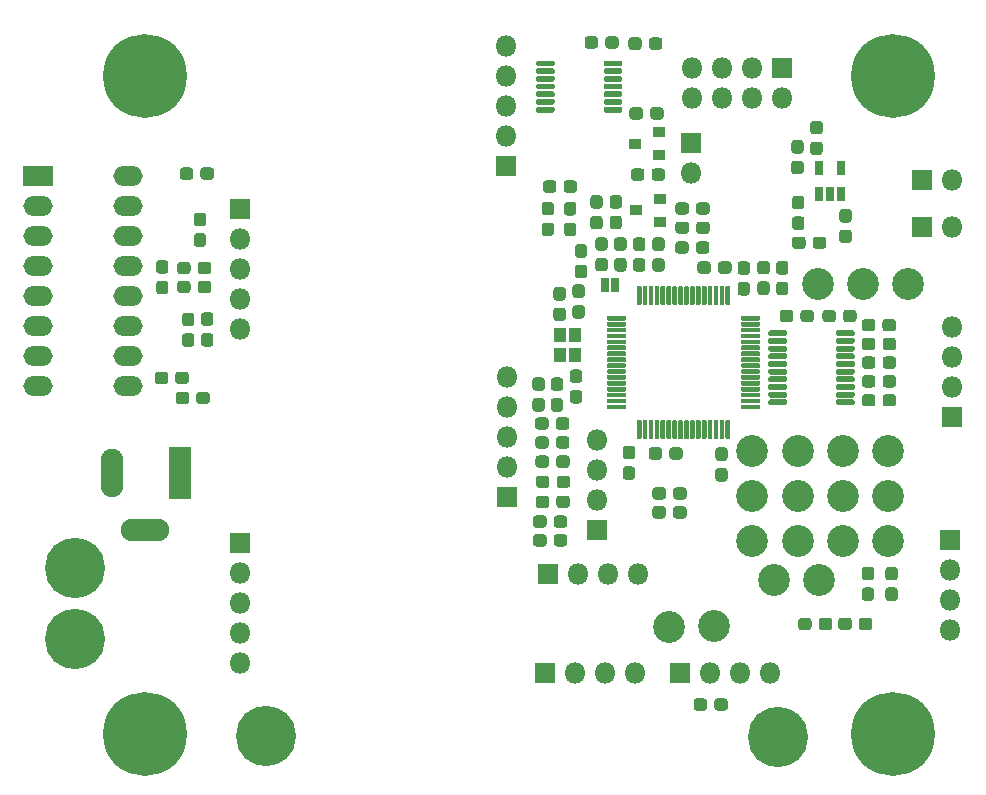
<source format=gts>
%TF.GenerationSoftware,KiCad,Pcbnew,(5.1.6-0-10_14)*%
%TF.CreationDate,2022-07-25T21:05:29-05:00*%
%TF.ProjectId,small_led_driver_with_optoisolator,736d616c-6c5f-46c6-9564-5f6472697665,rev?*%
%TF.SameCoordinates,Original*%
%TF.FileFunction,Soldermask,Top*%
%TF.FilePolarity,Negative*%
%FSLAX46Y46*%
G04 Gerber Fmt 4.6, Leading zero omitted, Abs format (unit mm)*
G04 Created by KiCad (PCBNEW (5.1.6-0-10_14)) date 2022-07-25 21:05:29*
%MOMM*%
%LPD*%
G01*
G04 APERTURE LIST*
%ADD10C,5.100000*%
%ADD11R,1.800000X1.800000*%
%ADD12O,1.800000X1.800000*%
%ADD13C,7.100000*%
%ADD14C,2.700000*%
%ADD15R,1.900000X4.500000*%
%ADD16O,1.900000X4.100000*%
%ADD17O,4.100000X1.900000*%
%ADD18R,1.000000X0.900000*%
%ADD19R,0.750000X1.160000*%
%ADD20R,1.100000X1.300000*%
%ADD21R,0.675000X1.240000*%
%ADD22O,2.500000X1.700000*%
%ADD23R,2.500000X1.700000*%
G04 APERTURE END LIST*
D10*
%TO.C,J33*%
X143610000Y-131240000D03*
%TD*%
%TO.C,J34*%
X186974000Y-131358000D03*
%TD*%
D11*
%TO.C,U10*%
X163999718Y-111051000D03*
D12*
X163999718Y-108511000D03*
X163999718Y-105971000D03*
X163999718Y-103431000D03*
X163999718Y-100891000D03*
%TD*%
%TO.C,U5*%
X141401412Y-96776537D03*
X141401412Y-94236537D03*
X141401412Y-91696537D03*
X141401412Y-89156537D03*
D11*
X141401412Y-86616537D03*
%TD*%
D13*
%TO.C,H1*%
X133334140Y-131099440D03*
%TD*%
D11*
%TO.C,U9*%
X163953092Y-83010883D03*
D12*
X163953092Y-80470883D03*
X163953092Y-77930883D03*
X163953092Y-75390883D03*
X163953092Y-72850883D03*
%TD*%
%TO.C,J31*%
X175061000Y-117584000D03*
X172521000Y-117584000D03*
X169981000Y-117584000D03*
D11*
X167441000Y-117584000D03*
%TD*%
%TO.C,R36*%
G36*
G01*
X192036800Y-122030300D02*
X192036800Y-121505300D01*
G75*
G02*
X192299300Y-121242800I262500J0D01*
G01*
X192924300Y-121242800D01*
G75*
G02*
X193186800Y-121505300I0J-262500D01*
G01*
X193186800Y-122030300D01*
G75*
G02*
X192924300Y-122292800I-262500J0D01*
G01*
X192299300Y-122292800D01*
G75*
G02*
X192036800Y-122030300I0J262500D01*
G01*
G37*
G36*
G01*
X193786800Y-122030300D02*
X193786800Y-121505300D01*
G75*
G02*
X194049300Y-121242800I262500J0D01*
G01*
X194674300Y-121242800D01*
G75*
G02*
X194936800Y-121505300I0J-262500D01*
G01*
X194936800Y-122030300D01*
G75*
G02*
X194674300Y-122292800I-262500J0D01*
G01*
X194049300Y-122292800D01*
G75*
G02*
X193786800Y-122030300I0J262500D01*
G01*
G37*
%TD*%
%TO.C,R32*%
G36*
G01*
X190383200Y-122043000D02*
X190383200Y-121518000D01*
G75*
G02*
X190645700Y-121255500I262500J0D01*
G01*
X191270700Y-121255500D01*
G75*
G02*
X191533200Y-121518000I0J-262500D01*
G01*
X191533200Y-122043000D01*
G75*
G02*
X191270700Y-122305500I-262500J0D01*
G01*
X190645700Y-122305500D01*
G75*
G02*
X190383200Y-122043000I0J262500D01*
G01*
G37*
G36*
G01*
X188633200Y-122043000D02*
X188633200Y-121518000D01*
G75*
G02*
X188895700Y-121255500I262500J0D01*
G01*
X189520700Y-121255500D01*
G75*
G02*
X189783200Y-121518000I0J-262500D01*
G01*
X189783200Y-122043000D01*
G75*
G02*
X189520700Y-122305500I-262500J0D01*
G01*
X188895700Y-122305500D01*
G75*
G02*
X188633200Y-122043000I0J262500D01*
G01*
G37*
%TD*%
%TO.C,R28*%
G36*
G01*
X178062900Y-110981300D02*
X178062900Y-110456300D01*
G75*
G02*
X178325400Y-110193800I262500J0D01*
G01*
X178950400Y-110193800D01*
G75*
G02*
X179212900Y-110456300I0J-262500D01*
G01*
X179212900Y-110981300D01*
G75*
G02*
X178950400Y-111243800I-262500J0D01*
G01*
X178325400Y-111243800D01*
G75*
G02*
X178062900Y-110981300I0J262500D01*
G01*
G37*
G36*
G01*
X176312900Y-110981300D02*
X176312900Y-110456300D01*
G75*
G02*
X176575400Y-110193800I262500J0D01*
G01*
X177200400Y-110193800D01*
G75*
G02*
X177462900Y-110456300I0J-262500D01*
G01*
X177462900Y-110981300D01*
G75*
G02*
X177200400Y-111243800I-262500J0D01*
G01*
X176575400Y-111243800D01*
G75*
G02*
X176312900Y-110981300I0J262500D01*
G01*
G37*
%TD*%
%TO.C,R27*%
G36*
G01*
X179201500Y-112056500D02*
X179201500Y-112581500D01*
G75*
G02*
X178939000Y-112844000I-262500J0D01*
G01*
X178314000Y-112844000D01*
G75*
G02*
X178051500Y-112581500I0J262500D01*
G01*
X178051500Y-112056500D01*
G75*
G02*
X178314000Y-111794000I262500J0D01*
G01*
X178939000Y-111794000D01*
G75*
G02*
X179201500Y-112056500I0J-262500D01*
G01*
G37*
G36*
G01*
X177451500Y-112056500D02*
X177451500Y-112581500D01*
G75*
G02*
X177189000Y-112844000I-262500J0D01*
G01*
X176564000Y-112844000D01*
G75*
G02*
X176301500Y-112581500I0J262500D01*
G01*
X176301500Y-112056500D01*
G75*
G02*
X176564000Y-111794000I262500J0D01*
G01*
X177189000Y-111794000D01*
G75*
G02*
X177451500Y-112056500I0J-262500D01*
G01*
G37*
%TD*%
D12*
%TO.C,J30*%
X201710000Y-96640000D03*
X201710000Y-99180000D03*
X201710000Y-101720000D03*
D11*
X201710000Y-104260000D03*
%TD*%
D12*
%TO.C,J29*%
X186280000Y-125891000D03*
X183740000Y-125891000D03*
X181200000Y-125891000D03*
D11*
X178660000Y-125891000D03*
%TD*%
D14*
%TO.C,J28*%
X177728000Y-122040000D03*
%TD*%
%TO.C,J27*%
X186577999Y-118059400D03*
%TD*%
D11*
%TO.C,J26*%
X167236000Y-125909000D03*
D12*
X169776000Y-125909000D03*
X172316000Y-125909000D03*
X174856000Y-125909000D03*
%TD*%
D11*
%TO.C,J25*%
X201510000Y-114640000D03*
D12*
X201510000Y-117180000D03*
X201510000Y-119720000D03*
X201510000Y-122260000D03*
%TD*%
D14*
%TO.C,J24*%
X190388000Y-118059400D03*
%TD*%
%TO.C,J2*%
X181491000Y-121927000D03*
%TD*%
D15*
%TO.C,J1*%
X136325000Y-109020000D03*
D16*
X130525000Y-109020000D03*
D17*
X133325000Y-113820000D03*
%TD*%
%TO.C,C21*%
G36*
G01*
X180946000Y-128335500D02*
X180946000Y-128860500D01*
G75*
G02*
X180683500Y-129123000I-262500J0D01*
G01*
X180058500Y-129123000D01*
G75*
G02*
X179796000Y-128860500I0J262500D01*
G01*
X179796000Y-128335500D01*
G75*
G02*
X180058500Y-128073000I262500J0D01*
G01*
X180683500Y-128073000D01*
G75*
G02*
X180946000Y-128335500I0J-262500D01*
G01*
G37*
G36*
G01*
X182696000Y-128335500D02*
X182696000Y-128860500D01*
G75*
G02*
X182433500Y-129123000I-262500J0D01*
G01*
X181808500Y-129123000D01*
G75*
G02*
X181546000Y-128860500I0J262500D01*
G01*
X181546000Y-128335500D01*
G75*
G02*
X181808500Y-128073000I262500J0D01*
G01*
X182433500Y-128073000D01*
G75*
G02*
X182696000Y-128335500I0J-262500D01*
G01*
G37*
%TD*%
D18*
%TO.C,Q1*%
X176873740Y-82045660D03*
X176873740Y-80145660D03*
X174873740Y-81095660D03*
%TD*%
%TO.C,C15*%
G36*
G01*
X187040500Y-92789000D02*
X187565500Y-92789000D01*
G75*
G02*
X187828000Y-93051500I0J-262500D01*
G01*
X187828000Y-93676500D01*
G75*
G02*
X187565500Y-93939000I-262500J0D01*
G01*
X187040500Y-93939000D01*
G75*
G02*
X186778000Y-93676500I0J262500D01*
G01*
X186778000Y-93051500D01*
G75*
G02*
X187040500Y-92789000I262500J0D01*
G01*
G37*
G36*
G01*
X187040500Y-91039000D02*
X187565500Y-91039000D01*
G75*
G02*
X187828000Y-91301500I0J-262500D01*
G01*
X187828000Y-91926500D01*
G75*
G02*
X187565500Y-92189000I-262500J0D01*
G01*
X187040500Y-92189000D01*
G75*
G02*
X186778000Y-91926500I0J262500D01*
G01*
X186778000Y-91301500D01*
G75*
G02*
X187040500Y-91039000I262500J0D01*
G01*
G37*
%TD*%
%TO.C,C13*%
G36*
G01*
X190462500Y-82075000D02*
X189937500Y-82075000D01*
G75*
G02*
X189675000Y-81812500I0J262500D01*
G01*
X189675000Y-81187500D01*
G75*
G02*
X189937500Y-80925000I262500J0D01*
G01*
X190462500Y-80925000D01*
G75*
G02*
X190725000Y-81187500I0J-262500D01*
G01*
X190725000Y-81812500D01*
G75*
G02*
X190462500Y-82075000I-262500J0D01*
G01*
G37*
G36*
G01*
X190462500Y-80325000D02*
X189937500Y-80325000D01*
G75*
G02*
X189675000Y-80062500I0J262500D01*
G01*
X189675000Y-79437500D01*
G75*
G02*
X189937500Y-79175000I262500J0D01*
G01*
X190462500Y-79175000D01*
G75*
G02*
X190725000Y-79437500I0J-262500D01*
G01*
X190725000Y-80062500D01*
G75*
G02*
X190462500Y-80325000I-262500J0D01*
G01*
G37*
%TD*%
%TO.C,C12*%
G36*
G01*
X177082500Y-90200000D02*
X176557500Y-90200000D01*
G75*
G02*
X176295000Y-89937500I0J262500D01*
G01*
X176295000Y-89312500D01*
G75*
G02*
X176557500Y-89050000I262500J0D01*
G01*
X177082500Y-89050000D01*
G75*
G02*
X177345000Y-89312500I0J-262500D01*
G01*
X177345000Y-89937500D01*
G75*
G02*
X177082500Y-90200000I-262500J0D01*
G01*
G37*
G36*
G01*
X177082500Y-91950000D02*
X176557500Y-91950000D01*
G75*
G02*
X176295000Y-91687500I0J262500D01*
G01*
X176295000Y-91062500D01*
G75*
G02*
X176557500Y-90800000I262500J0D01*
G01*
X177082500Y-90800000D01*
G75*
G02*
X177345000Y-91062500I0J-262500D01*
G01*
X177345000Y-91687500D01*
G75*
G02*
X177082500Y-91950000I-262500J0D01*
G01*
G37*
%TD*%
%TO.C,C11*%
G36*
G01*
X174057500Y-106675000D02*
X174582500Y-106675000D01*
G75*
G02*
X174845000Y-106937500I0J-262500D01*
G01*
X174845000Y-107562500D01*
G75*
G02*
X174582500Y-107825000I-262500J0D01*
G01*
X174057500Y-107825000D01*
G75*
G02*
X173795000Y-107562500I0J262500D01*
G01*
X173795000Y-106937500D01*
G75*
G02*
X174057500Y-106675000I262500J0D01*
G01*
G37*
G36*
G01*
X174057500Y-108425000D02*
X174582500Y-108425000D01*
G75*
G02*
X174845000Y-108687500I0J-262500D01*
G01*
X174845000Y-109312500D01*
G75*
G02*
X174582500Y-109575000I-262500J0D01*
G01*
X174057500Y-109575000D01*
G75*
G02*
X173795000Y-109312500I0J262500D01*
G01*
X173795000Y-108687500D01*
G75*
G02*
X174057500Y-108425000I262500J0D01*
G01*
G37*
%TD*%
%TO.C,C14*%
G36*
G01*
X192397500Y-86635000D02*
X192922500Y-86635000D01*
G75*
G02*
X193185000Y-86897500I0J-262500D01*
G01*
X193185000Y-87522500D01*
G75*
G02*
X192922500Y-87785000I-262500J0D01*
G01*
X192397500Y-87785000D01*
G75*
G02*
X192135000Y-87522500I0J262500D01*
G01*
X192135000Y-86897500D01*
G75*
G02*
X192397500Y-86635000I262500J0D01*
G01*
G37*
G36*
G01*
X192397500Y-88385000D02*
X192922500Y-88385000D01*
G75*
G02*
X193185000Y-88647500I0J-262500D01*
G01*
X193185000Y-89272500D01*
G75*
G02*
X192922500Y-89535000I-262500J0D01*
G01*
X192397500Y-89535000D01*
G75*
G02*
X192135000Y-89272500I0J262500D01*
G01*
X192135000Y-88647500D01*
G75*
G02*
X192397500Y-88385000I262500J0D01*
G01*
G37*
%TD*%
D10*
%TO.C,J20*%
X127410000Y-117040000D03*
%TD*%
D14*
%TO.C,J13*%
X188619004Y-110942478D03*
%TD*%
%TO.C,C10*%
G36*
G01*
X181890500Y-108568000D02*
X182415500Y-108568000D01*
G75*
G02*
X182678000Y-108830500I0J-262500D01*
G01*
X182678000Y-109455500D01*
G75*
G02*
X182415500Y-109718000I-262500J0D01*
G01*
X181890500Y-109718000D01*
G75*
G02*
X181628000Y-109455500I0J262500D01*
G01*
X181628000Y-108830500D01*
G75*
G02*
X181890500Y-108568000I262500J0D01*
G01*
G37*
G36*
G01*
X181890500Y-106818000D02*
X182415500Y-106818000D01*
G75*
G02*
X182678000Y-107080500I0J-262500D01*
G01*
X182678000Y-107705500D01*
G75*
G02*
X182415500Y-107968000I-262500J0D01*
G01*
X181890500Y-107968000D01*
G75*
G02*
X181628000Y-107705500I0J262500D01*
G01*
X181628000Y-107080500D01*
G75*
G02*
X181890500Y-106818000I262500J0D01*
G01*
G37*
%TD*%
%TO.C,C17*%
G36*
G01*
X188387500Y-87270000D02*
X188912500Y-87270000D01*
G75*
G02*
X189175000Y-87532500I0J-262500D01*
G01*
X189175000Y-88157500D01*
G75*
G02*
X188912500Y-88420000I-262500J0D01*
G01*
X188387500Y-88420000D01*
G75*
G02*
X188125000Y-88157500I0J262500D01*
G01*
X188125000Y-87532500D01*
G75*
G02*
X188387500Y-87270000I262500J0D01*
G01*
G37*
G36*
G01*
X188387500Y-85520000D02*
X188912500Y-85520000D01*
G75*
G02*
X189175000Y-85782500I0J-262500D01*
G01*
X189175000Y-86407500D01*
G75*
G02*
X188912500Y-86670000I-262500J0D01*
G01*
X188387500Y-86670000D01*
G75*
G02*
X188125000Y-86407500I0J262500D01*
G01*
X188125000Y-85782500D01*
G75*
G02*
X188387500Y-85520000I262500J0D01*
G01*
G37*
%TD*%
%TO.C,C3*%
G36*
G01*
X172262500Y-90175000D02*
X171737500Y-90175000D01*
G75*
G02*
X171475000Y-89912500I0J262500D01*
G01*
X171475000Y-89287500D01*
G75*
G02*
X171737500Y-89025000I262500J0D01*
G01*
X172262500Y-89025000D01*
G75*
G02*
X172525000Y-89287500I0J-262500D01*
G01*
X172525000Y-89912500D01*
G75*
G02*
X172262500Y-90175000I-262500J0D01*
G01*
G37*
G36*
G01*
X172262500Y-91925000D02*
X171737500Y-91925000D01*
G75*
G02*
X171475000Y-91662500I0J262500D01*
G01*
X171475000Y-91037500D01*
G75*
G02*
X171737500Y-90775000I262500J0D01*
G01*
X172262500Y-90775000D01*
G75*
G02*
X172525000Y-91037500I0J-262500D01*
G01*
X172525000Y-91662500D01*
G75*
G02*
X172262500Y-91925000I-262500J0D01*
G01*
G37*
%TD*%
D11*
%TO.C,J3*%
X171619280Y-113847704D03*
D12*
X171619280Y-111307704D03*
X171619280Y-108767704D03*
X171619280Y-106227704D03*
%TD*%
%TO.C,C4*%
G36*
G01*
X173852500Y-91935001D02*
X173327500Y-91935001D01*
G75*
G02*
X173065000Y-91672501I0J262500D01*
G01*
X173065000Y-91047501D01*
G75*
G02*
X173327500Y-90785001I262500J0D01*
G01*
X173852500Y-90785001D01*
G75*
G02*
X174115000Y-91047501I0J-262500D01*
G01*
X174115000Y-91672501D01*
G75*
G02*
X173852500Y-91935001I-262500J0D01*
G01*
G37*
G36*
G01*
X173852500Y-90185001D02*
X173327500Y-90185001D01*
G75*
G02*
X173065000Y-89922501I0J262500D01*
G01*
X173065000Y-89297501D01*
G75*
G02*
X173327500Y-89035001I262500J0D01*
G01*
X173852500Y-89035001D01*
G75*
G02*
X174115000Y-89297501I0J-262500D01*
G01*
X174115000Y-89922501D01*
G75*
G02*
X173852500Y-90185001I-262500J0D01*
G01*
G37*
%TD*%
D14*
%TO.C,J22*%
X184776004Y-110928478D03*
%TD*%
%TO.C,C7*%
G36*
G01*
X190697000Y-95961500D02*
X190697000Y-95436500D01*
G75*
G02*
X190959500Y-95174000I262500J0D01*
G01*
X191584500Y-95174000D01*
G75*
G02*
X191847000Y-95436500I0J-262500D01*
G01*
X191847000Y-95961500D01*
G75*
G02*
X191584500Y-96224000I-262500J0D01*
G01*
X190959500Y-96224000D01*
G75*
G02*
X190697000Y-95961500I0J262500D01*
G01*
G37*
G36*
G01*
X192447000Y-95961500D02*
X192447000Y-95436500D01*
G75*
G02*
X192709500Y-95174000I262500J0D01*
G01*
X193334500Y-95174000D01*
G75*
G02*
X193597000Y-95436500I0J-262500D01*
G01*
X193597000Y-95961500D01*
G75*
G02*
X193334500Y-96224000I-262500J0D01*
G01*
X192709500Y-96224000D01*
G75*
G02*
X192447000Y-95961500I0J262500D01*
G01*
G37*
%TD*%
%TO.C,C6*%
G36*
G01*
X170528620Y-90769360D02*
X170003620Y-90769360D01*
G75*
G02*
X169741120Y-90506860I0J262500D01*
G01*
X169741120Y-89881860D01*
G75*
G02*
X170003620Y-89619360I262500J0D01*
G01*
X170528620Y-89619360D01*
G75*
G02*
X170791120Y-89881860I0J-262500D01*
G01*
X170791120Y-90506860D01*
G75*
G02*
X170528620Y-90769360I-262500J0D01*
G01*
G37*
G36*
G01*
X170528620Y-92519360D02*
X170003620Y-92519360D01*
G75*
G02*
X169741120Y-92256860I0J262500D01*
G01*
X169741120Y-91631860D01*
G75*
G02*
X170003620Y-91369360I262500J0D01*
G01*
X170528620Y-91369360D01*
G75*
G02*
X170791120Y-91631860I0J-262500D01*
G01*
X170791120Y-92256860D01*
G75*
G02*
X170528620Y-92519360I-262500J0D01*
G01*
G37*
%TD*%
%TO.C,J19*%
X196239003Y-110942478D03*
%TD*%
%TO.C,J17*%
X192429003Y-110942479D03*
%TD*%
%TO.C,C8*%
G36*
G01*
X175452500Y-90195000D02*
X174927500Y-90195000D01*
G75*
G02*
X174665000Y-89932500I0J262500D01*
G01*
X174665000Y-89307500D01*
G75*
G02*
X174927500Y-89045000I262500J0D01*
G01*
X175452500Y-89045000D01*
G75*
G02*
X175715000Y-89307500I0J-262500D01*
G01*
X175715000Y-89932500D01*
G75*
G02*
X175452500Y-90195000I-262500J0D01*
G01*
G37*
G36*
G01*
X175452500Y-91945000D02*
X174927500Y-91945000D01*
G75*
G02*
X174665000Y-91682500I0J262500D01*
G01*
X174665000Y-91057500D01*
G75*
G02*
X174927500Y-90795000I262500J0D01*
G01*
X175452500Y-90795000D01*
G75*
G02*
X175715000Y-91057500I0J-262500D01*
G01*
X175715000Y-91682500D01*
G75*
G02*
X175452500Y-91945000I-262500J0D01*
G01*
G37*
%TD*%
%TO.C,R20*%
G36*
G01*
X171830840Y-88364161D02*
X171305840Y-88364161D01*
G75*
G02*
X171043340Y-88101661I0J262500D01*
G01*
X171043340Y-87476661D01*
G75*
G02*
X171305840Y-87214161I262500J0D01*
G01*
X171830840Y-87214161D01*
G75*
G02*
X172093340Y-87476661I0J-262500D01*
G01*
X172093340Y-88101661D01*
G75*
G02*
X171830840Y-88364161I-262500J0D01*
G01*
G37*
G36*
G01*
X171830840Y-86614161D02*
X171305840Y-86614161D01*
G75*
G02*
X171043340Y-86351661I0J262500D01*
G01*
X171043340Y-85726661D01*
G75*
G02*
X171305840Y-85464161I262500J0D01*
G01*
X171830840Y-85464161D01*
G75*
G02*
X172093340Y-85726661I0J-262500D01*
G01*
X172093340Y-86351661D01*
G75*
G02*
X171830840Y-86614161I-262500J0D01*
G01*
G37*
%TD*%
%TO.C,R29*%
G36*
G01*
X136060000Y-91902500D02*
X136060000Y-91377500D01*
G75*
G02*
X136322500Y-91115000I262500J0D01*
G01*
X136947500Y-91115000D01*
G75*
G02*
X137210000Y-91377500I0J-262500D01*
G01*
X137210000Y-91902500D01*
G75*
G02*
X136947500Y-92165000I-262500J0D01*
G01*
X136322500Y-92165000D01*
G75*
G02*
X136060000Y-91902500I0J262500D01*
G01*
G37*
G36*
G01*
X137810000Y-91902500D02*
X137810000Y-91377500D01*
G75*
G02*
X138072500Y-91115000I262500J0D01*
G01*
X138697500Y-91115000D01*
G75*
G02*
X138960000Y-91377500I0J-262500D01*
G01*
X138960000Y-91902500D01*
G75*
G02*
X138697500Y-92165000I-262500J0D01*
G01*
X138072500Y-92165000D01*
G75*
G02*
X137810000Y-91902500I0J262500D01*
G01*
G37*
%TD*%
%TO.C,R24*%
G36*
G01*
X195193000Y-102570500D02*
X195193000Y-103095500D01*
G75*
G02*
X194930500Y-103358000I-262500J0D01*
G01*
X194305500Y-103358000D01*
G75*
G02*
X194043000Y-103095500I0J262500D01*
G01*
X194043000Y-102570500D01*
G75*
G02*
X194305500Y-102308000I262500J0D01*
G01*
X194930500Y-102308000D01*
G75*
G02*
X195193000Y-102570500I0J-262500D01*
G01*
G37*
G36*
G01*
X196943000Y-102570500D02*
X196943000Y-103095500D01*
G75*
G02*
X196680500Y-103358000I-262500J0D01*
G01*
X196055500Y-103358000D01*
G75*
G02*
X195793000Y-103095500I0J262500D01*
G01*
X195793000Y-102570500D01*
G75*
G02*
X196055500Y-102308000I262500J0D01*
G01*
X196680500Y-102308000D01*
G75*
G02*
X196943000Y-102570500I0J-262500D01*
G01*
G37*
%TD*%
%TO.C,R8*%
G36*
G01*
X188327500Y-80800001D02*
X188852500Y-80800001D01*
G75*
G02*
X189115000Y-81062501I0J-262500D01*
G01*
X189115000Y-81687501D01*
G75*
G02*
X188852500Y-81950001I-262500J0D01*
G01*
X188327500Y-81950001D01*
G75*
G02*
X188065000Y-81687501I0J262500D01*
G01*
X188065000Y-81062501D01*
G75*
G02*
X188327500Y-80800001I262500J0D01*
G01*
G37*
G36*
G01*
X188327500Y-82550001D02*
X188852500Y-82550001D01*
G75*
G02*
X189115000Y-82812501I0J-262500D01*
G01*
X189115000Y-83437501D01*
G75*
G02*
X188852500Y-83700001I-262500J0D01*
G01*
X188327500Y-83700001D01*
G75*
G02*
X188065000Y-83437501I0J262500D01*
G01*
X188065000Y-82812501D01*
G75*
G02*
X188327500Y-82550001I262500J0D01*
G01*
G37*
%TD*%
%TO.C,C9*%
G36*
G01*
X175985000Y-107602500D02*
X175985000Y-107077500D01*
G75*
G02*
X176247500Y-106815000I262500J0D01*
G01*
X176872500Y-106815000D01*
G75*
G02*
X177135000Y-107077500I0J-262500D01*
G01*
X177135000Y-107602500D01*
G75*
G02*
X176872500Y-107865000I-262500J0D01*
G01*
X176247500Y-107865000D01*
G75*
G02*
X175985000Y-107602500I0J262500D01*
G01*
G37*
G36*
G01*
X177735000Y-107602500D02*
X177735000Y-107077500D01*
G75*
G02*
X177997500Y-106815000I262500J0D01*
G01*
X178622500Y-106815000D01*
G75*
G02*
X178885000Y-107077500I0J-262500D01*
G01*
X178885000Y-107602500D01*
G75*
G02*
X178622500Y-107865000I-262500J0D01*
G01*
X177997500Y-107865000D01*
G75*
G02*
X177735000Y-107602500I0J262500D01*
G01*
G37*
%TD*%
%TO.C,R9*%
G36*
G01*
X180007900Y-88485139D02*
X180007900Y-87960139D01*
G75*
G02*
X180270400Y-87697639I262500J0D01*
G01*
X180895400Y-87697639D01*
G75*
G02*
X181157900Y-87960139I0J-262500D01*
G01*
X181157900Y-88485139D01*
G75*
G02*
X180895400Y-88747639I-262500J0D01*
G01*
X180270400Y-88747639D01*
G75*
G02*
X180007900Y-88485139I0J262500D01*
G01*
G37*
G36*
G01*
X178257900Y-88485139D02*
X178257900Y-87960139D01*
G75*
G02*
X178520400Y-87697639I262500J0D01*
G01*
X179145400Y-87697639D01*
G75*
G02*
X179407900Y-87960139I0J-262500D01*
G01*
X179407900Y-88485139D01*
G75*
G02*
X179145400Y-88747639I-262500J0D01*
G01*
X178520400Y-88747639D01*
G75*
G02*
X178257900Y-88485139I0J262500D01*
G01*
G37*
%TD*%
%TO.C,R15*%
G36*
G01*
X169284100Y-106138300D02*
X169284100Y-106663300D01*
G75*
G02*
X169021600Y-106925800I-262500J0D01*
G01*
X168396600Y-106925800D01*
G75*
G02*
X168134100Y-106663300I0J262500D01*
G01*
X168134100Y-106138300D01*
G75*
G02*
X168396600Y-105875800I262500J0D01*
G01*
X169021600Y-105875800D01*
G75*
G02*
X169284100Y-106138300I0J-262500D01*
G01*
G37*
G36*
G01*
X167534100Y-106138300D02*
X167534100Y-106663300D01*
G75*
G02*
X167271600Y-106925800I-262500J0D01*
G01*
X166646600Y-106925800D01*
G75*
G02*
X166384100Y-106663300I0J262500D01*
G01*
X166384100Y-106138300D01*
G75*
G02*
X166646600Y-105875800I262500J0D01*
G01*
X167271600Y-105875800D01*
G75*
G02*
X167534100Y-106138300I0J-262500D01*
G01*
G37*
%TD*%
D19*
%TO.C,U3*%
X190410000Y-83160000D03*
X192310000Y-83160000D03*
X192310000Y-85360000D03*
X191360000Y-85360000D03*
X190410000Y-85360000D03*
%TD*%
%TO.C,R26*%
G36*
G01*
X196945000Y-100965500D02*
X196945000Y-101490500D01*
G75*
G02*
X196682500Y-101753000I-262500J0D01*
G01*
X196057500Y-101753000D01*
G75*
G02*
X195795000Y-101490500I0J262500D01*
G01*
X195795000Y-100965500D01*
G75*
G02*
X196057500Y-100703000I262500J0D01*
G01*
X196682500Y-100703000D01*
G75*
G02*
X196945000Y-100965500I0J-262500D01*
G01*
G37*
G36*
G01*
X195195000Y-100965500D02*
X195195000Y-101490500D01*
G75*
G02*
X194932500Y-101753000I-262500J0D01*
G01*
X194307500Y-101753000D01*
G75*
G02*
X194045000Y-101490500I0J262500D01*
G01*
X194045000Y-100965500D01*
G75*
G02*
X194307500Y-100703000I262500J0D01*
G01*
X194932500Y-100703000D01*
G75*
G02*
X195195000Y-100965500I0J-262500D01*
G01*
G37*
%TD*%
%TO.C,R25*%
G36*
G01*
X195191000Y-99388500D02*
X195191000Y-99913500D01*
G75*
G02*
X194928500Y-100176000I-262500J0D01*
G01*
X194303500Y-100176000D01*
G75*
G02*
X194041000Y-99913500I0J262500D01*
G01*
X194041000Y-99388500D01*
G75*
G02*
X194303500Y-99126000I262500J0D01*
G01*
X194928500Y-99126000D01*
G75*
G02*
X195191000Y-99388500I0J-262500D01*
G01*
G37*
G36*
G01*
X196941000Y-99388500D02*
X196941000Y-99913500D01*
G75*
G02*
X196678500Y-100176000I-262500J0D01*
G01*
X196053500Y-100176000D01*
G75*
G02*
X195791000Y-99913500I0J262500D01*
G01*
X195791000Y-99388500D01*
G75*
G02*
X196053500Y-99126000I262500J0D01*
G01*
X196678500Y-99126000D01*
G75*
G02*
X196941000Y-99388500I0J-262500D01*
G01*
G37*
%TD*%
%TO.C,R19*%
G36*
G01*
X176235400Y-83993800D02*
X176235400Y-83468800D01*
G75*
G02*
X176497900Y-83206300I262500J0D01*
G01*
X177122900Y-83206300D01*
G75*
G02*
X177385400Y-83468800I0J-262500D01*
G01*
X177385400Y-83993800D01*
G75*
G02*
X177122900Y-84256300I-262500J0D01*
G01*
X176497900Y-84256300D01*
G75*
G02*
X176235400Y-83993800I0J262500D01*
G01*
G37*
G36*
G01*
X174485400Y-83993800D02*
X174485400Y-83468800D01*
G75*
G02*
X174747900Y-83206300I262500J0D01*
G01*
X175372900Y-83206300D01*
G75*
G02*
X175635400Y-83468800I0J-262500D01*
G01*
X175635400Y-83993800D01*
G75*
G02*
X175372900Y-84256300I-262500J0D01*
G01*
X174747900Y-84256300D01*
G75*
G02*
X174485400Y-83993800I0J262500D01*
G01*
G37*
%TD*%
%TO.C,C19*%
G36*
G01*
X173460000Y-72277500D02*
X173460000Y-72802500D01*
G75*
G02*
X173197500Y-73065000I-262500J0D01*
G01*
X172572500Y-73065000D01*
G75*
G02*
X172310000Y-72802500I0J262500D01*
G01*
X172310000Y-72277500D01*
G75*
G02*
X172572500Y-72015000I262500J0D01*
G01*
X173197500Y-72015000D01*
G75*
G02*
X173460000Y-72277500I0J-262500D01*
G01*
G37*
G36*
G01*
X171710000Y-72277500D02*
X171710000Y-72802500D01*
G75*
G02*
X171447500Y-73065000I-262500J0D01*
G01*
X170822500Y-73065000D01*
G75*
G02*
X170560000Y-72802500I0J262500D01*
G01*
X170560000Y-72277500D01*
G75*
G02*
X170822500Y-72015000I262500J0D01*
G01*
X171447500Y-72015000D01*
G75*
G02*
X171710000Y-72277500I0J-262500D01*
G01*
G37*
%TD*%
D14*
%TO.C,J4*%
X197923654Y-92975238D03*
%TD*%
%TO.C,R14*%
G36*
G01*
X168158200Y-108296000D02*
X168158200Y-107771000D01*
G75*
G02*
X168420700Y-107508500I262500J0D01*
G01*
X169045700Y-107508500D01*
G75*
G02*
X169308200Y-107771000I0J-262500D01*
G01*
X169308200Y-108296000D01*
G75*
G02*
X169045700Y-108558500I-262500J0D01*
G01*
X168420700Y-108558500D01*
G75*
G02*
X168158200Y-108296000I0J262500D01*
G01*
G37*
G36*
G01*
X166408200Y-108296000D02*
X166408200Y-107771000D01*
G75*
G02*
X166670700Y-107508500I262500J0D01*
G01*
X167295700Y-107508500D01*
G75*
G02*
X167558200Y-107771000I0J-262500D01*
G01*
X167558200Y-108296000D01*
G75*
G02*
X167295700Y-108558500I-262500J0D01*
G01*
X166670700Y-108558500D01*
G75*
G02*
X166408200Y-108296000I0J262500D01*
G01*
G37*
%TD*%
%TO.C,R16*%
G36*
G01*
X166443200Y-110006000D02*
X166443200Y-109481000D01*
G75*
G02*
X166705700Y-109218500I262500J0D01*
G01*
X167330700Y-109218500D01*
G75*
G02*
X167593200Y-109481000I0J-262500D01*
G01*
X167593200Y-110006000D01*
G75*
G02*
X167330700Y-110268500I-262500J0D01*
G01*
X166705700Y-110268500D01*
G75*
G02*
X166443200Y-110006000I0J262500D01*
G01*
G37*
G36*
G01*
X168193200Y-110006000D02*
X168193200Y-109481000D01*
G75*
G02*
X168455700Y-109218500I262500J0D01*
G01*
X169080700Y-109218500D01*
G75*
G02*
X169343200Y-109481000I0J-262500D01*
G01*
X169343200Y-110006000D01*
G75*
G02*
X169080700Y-110268500I-262500J0D01*
G01*
X168455700Y-110268500D01*
G75*
G02*
X168193200Y-110006000I0J262500D01*
G01*
G37*
%TD*%
%TO.C,C18*%
G36*
G01*
X167953000Y-114954500D02*
X167953000Y-114429500D01*
G75*
G02*
X168215500Y-114167000I262500J0D01*
G01*
X168840500Y-114167000D01*
G75*
G02*
X169103000Y-114429500I0J-262500D01*
G01*
X169103000Y-114954500D01*
G75*
G02*
X168840500Y-115217000I-262500J0D01*
G01*
X168215500Y-115217000D01*
G75*
G02*
X167953000Y-114954500I0J262500D01*
G01*
G37*
G36*
G01*
X166203000Y-114954500D02*
X166203000Y-114429500D01*
G75*
G02*
X166465500Y-114167000I262500J0D01*
G01*
X167090500Y-114167000D01*
G75*
G02*
X167353000Y-114429500I0J-262500D01*
G01*
X167353000Y-114954500D01*
G75*
G02*
X167090500Y-115217000I-262500J0D01*
G01*
X166465500Y-115217000D01*
G75*
G02*
X166203000Y-114954500I0J262500D01*
G01*
G37*
%TD*%
%TO.C,R38*%
G36*
G01*
X194817500Y-119828000D02*
X194292500Y-119828000D01*
G75*
G02*
X194030000Y-119565500I0J262500D01*
G01*
X194030000Y-118940500D01*
G75*
G02*
X194292500Y-118678000I262500J0D01*
G01*
X194817500Y-118678000D01*
G75*
G02*
X195080000Y-118940500I0J-262500D01*
G01*
X195080000Y-119565500D01*
G75*
G02*
X194817500Y-119828000I-262500J0D01*
G01*
G37*
G36*
G01*
X194817500Y-118078000D02*
X194292500Y-118078000D01*
G75*
G02*
X194030000Y-117815500I0J262500D01*
G01*
X194030000Y-117190500D01*
G75*
G02*
X194292500Y-116928000I262500J0D01*
G01*
X194817500Y-116928000D01*
G75*
G02*
X195080000Y-117190500I0J-262500D01*
G01*
X195080000Y-117815500D01*
G75*
G02*
X194817500Y-118078000I-262500J0D01*
G01*
G37*
%TD*%
%TO.C,R37*%
G36*
G01*
X196820500Y-118083000D02*
X196295500Y-118083000D01*
G75*
G02*
X196033000Y-117820500I0J262500D01*
G01*
X196033000Y-117195500D01*
G75*
G02*
X196295500Y-116933000I262500J0D01*
G01*
X196820500Y-116933000D01*
G75*
G02*
X197083000Y-117195500I0J-262500D01*
G01*
X197083000Y-117820500D01*
G75*
G02*
X196820500Y-118083000I-262500J0D01*
G01*
G37*
G36*
G01*
X196820500Y-119833000D02*
X196295500Y-119833000D01*
G75*
G02*
X196033000Y-119570500I0J262500D01*
G01*
X196033000Y-118945500D01*
G75*
G02*
X196295500Y-118683000I262500J0D01*
G01*
X196820500Y-118683000D01*
G75*
G02*
X197083000Y-118945500I0J-262500D01*
G01*
X197083000Y-119570500D01*
G75*
G02*
X196820500Y-119833000I-262500J0D01*
G01*
G37*
%TD*%
%TO.C,J6*%
X192429003Y-107132478D03*
%TD*%
D12*
%TO.C,J16*%
X201668000Y-84176000D03*
D11*
X199128000Y-84176000D03*
%TD*%
%TO.C,J14*%
X199160000Y-88189000D03*
D12*
X201700000Y-88189000D03*
%TD*%
D20*
%TO.C,U4*%
X168490000Y-99030000D03*
X168490000Y-97330000D03*
X169790000Y-97330000D03*
X169790000Y-99030000D03*
%TD*%
D21*
%TO.C,U6*%
X173152500Y-93110000D03*
X172327500Y-93110000D03*
%TD*%
%TO.C,U1*%
G36*
G01*
X191852000Y-97282001D02*
X191852000Y-97032001D01*
G75*
G02*
X191977000Y-96907001I125000J0D01*
G01*
X193302000Y-96907001D01*
G75*
G02*
X193427000Y-97032001I0J-125000D01*
G01*
X193427000Y-97282001D01*
G75*
G02*
X193302000Y-97407001I-125000J0D01*
G01*
X191977000Y-97407001D01*
G75*
G02*
X191852000Y-97282001I0J125000D01*
G01*
G37*
G36*
G01*
X191852000Y-97932001D02*
X191852000Y-97682001D01*
G75*
G02*
X191977000Y-97557001I125000J0D01*
G01*
X193302000Y-97557001D01*
G75*
G02*
X193427000Y-97682001I0J-125000D01*
G01*
X193427000Y-97932001D01*
G75*
G02*
X193302000Y-98057001I-125000J0D01*
G01*
X191977000Y-98057001D01*
G75*
G02*
X191852000Y-97932001I0J125000D01*
G01*
G37*
G36*
G01*
X191852000Y-98582001D02*
X191852000Y-98332001D01*
G75*
G02*
X191977000Y-98207001I125000J0D01*
G01*
X193302000Y-98207001D01*
G75*
G02*
X193427000Y-98332001I0J-125000D01*
G01*
X193427000Y-98582001D01*
G75*
G02*
X193302000Y-98707001I-125000J0D01*
G01*
X191977000Y-98707001D01*
G75*
G02*
X191852000Y-98582001I0J125000D01*
G01*
G37*
G36*
G01*
X191852000Y-99232001D02*
X191852000Y-98982001D01*
G75*
G02*
X191977000Y-98857001I125000J0D01*
G01*
X193302000Y-98857001D01*
G75*
G02*
X193427000Y-98982001I0J-125000D01*
G01*
X193427000Y-99232001D01*
G75*
G02*
X193302000Y-99357001I-125000J0D01*
G01*
X191977000Y-99357001D01*
G75*
G02*
X191852000Y-99232001I0J125000D01*
G01*
G37*
G36*
G01*
X191852000Y-99882001D02*
X191852000Y-99632001D01*
G75*
G02*
X191977000Y-99507001I125000J0D01*
G01*
X193302000Y-99507001D01*
G75*
G02*
X193427000Y-99632001I0J-125000D01*
G01*
X193427000Y-99882001D01*
G75*
G02*
X193302000Y-100007001I-125000J0D01*
G01*
X191977000Y-100007001D01*
G75*
G02*
X191852000Y-99882001I0J125000D01*
G01*
G37*
G36*
G01*
X191852000Y-100532001D02*
X191852000Y-100282001D01*
G75*
G02*
X191977000Y-100157001I125000J0D01*
G01*
X193302000Y-100157001D01*
G75*
G02*
X193427000Y-100282001I0J-125000D01*
G01*
X193427000Y-100532001D01*
G75*
G02*
X193302000Y-100657001I-125000J0D01*
G01*
X191977000Y-100657001D01*
G75*
G02*
X191852000Y-100532001I0J125000D01*
G01*
G37*
G36*
G01*
X191852000Y-101182001D02*
X191852000Y-100932001D01*
G75*
G02*
X191977000Y-100807001I125000J0D01*
G01*
X193302000Y-100807001D01*
G75*
G02*
X193427000Y-100932001I0J-125000D01*
G01*
X193427000Y-101182001D01*
G75*
G02*
X193302000Y-101307001I-125000J0D01*
G01*
X191977000Y-101307001D01*
G75*
G02*
X191852000Y-101182001I0J125000D01*
G01*
G37*
G36*
G01*
X191852000Y-101832001D02*
X191852000Y-101582001D01*
G75*
G02*
X191977000Y-101457001I125000J0D01*
G01*
X193302000Y-101457001D01*
G75*
G02*
X193427000Y-101582001I0J-125000D01*
G01*
X193427000Y-101832001D01*
G75*
G02*
X193302000Y-101957001I-125000J0D01*
G01*
X191977000Y-101957001D01*
G75*
G02*
X191852000Y-101832001I0J125000D01*
G01*
G37*
G36*
G01*
X191852000Y-102482001D02*
X191852000Y-102232001D01*
G75*
G02*
X191977000Y-102107001I125000J0D01*
G01*
X193302000Y-102107001D01*
G75*
G02*
X193427000Y-102232001I0J-125000D01*
G01*
X193427000Y-102482001D01*
G75*
G02*
X193302000Y-102607001I-125000J0D01*
G01*
X191977000Y-102607001D01*
G75*
G02*
X191852000Y-102482001I0J125000D01*
G01*
G37*
G36*
G01*
X191852000Y-103132001D02*
X191852000Y-102882001D01*
G75*
G02*
X191977000Y-102757001I125000J0D01*
G01*
X193302000Y-102757001D01*
G75*
G02*
X193427000Y-102882001I0J-125000D01*
G01*
X193427000Y-103132001D01*
G75*
G02*
X193302000Y-103257001I-125000J0D01*
G01*
X191977000Y-103257001D01*
G75*
G02*
X191852000Y-103132001I0J125000D01*
G01*
G37*
G36*
G01*
X186127000Y-103132001D02*
X186127000Y-102882001D01*
G75*
G02*
X186252000Y-102757001I125000J0D01*
G01*
X187577000Y-102757001D01*
G75*
G02*
X187702000Y-102882001I0J-125000D01*
G01*
X187702000Y-103132001D01*
G75*
G02*
X187577000Y-103257001I-125000J0D01*
G01*
X186252000Y-103257001D01*
G75*
G02*
X186127000Y-103132001I0J125000D01*
G01*
G37*
G36*
G01*
X186127000Y-102482001D02*
X186127000Y-102232001D01*
G75*
G02*
X186252000Y-102107001I125000J0D01*
G01*
X187577000Y-102107001D01*
G75*
G02*
X187702000Y-102232001I0J-125000D01*
G01*
X187702000Y-102482001D01*
G75*
G02*
X187577000Y-102607001I-125000J0D01*
G01*
X186252000Y-102607001D01*
G75*
G02*
X186127000Y-102482001I0J125000D01*
G01*
G37*
G36*
G01*
X186127000Y-101832001D02*
X186127000Y-101582001D01*
G75*
G02*
X186252000Y-101457001I125000J0D01*
G01*
X187577000Y-101457001D01*
G75*
G02*
X187702000Y-101582001I0J-125000D01*
G01*
X187702000Y-101832001D01*
G75*
G02*
X187577000Y-101957001I-125000J0D01*
G01*
X186252000Y-101957001D01*
G75*
G02*
X186127000Y-101832001I0J125000D01*
G01*
G37*
G36*
G01*
X186127000Y-101182001D02*
X186127000Y-100932001D01*
G75*
G02*
X186252000Y-100807001I125000J0D01*
G01*
X187577000Y-100807001D01*
G75*
G02*
X187702000Y-100932001I0J-125000D01*
G01*
X187702000Y-101182001D01*
G75*
G02*
X187577000Y-101307001I-125000J0D01*
G01*
X186252000Y-101307001D01*
G75*
G02*
X186127000Y-101182001I0J125000D01*
G01*
G37*
G36*
G01*
X186127000Y-100532001D02*
X186127000Y-100282001D01*
G75*
G02*
X186252000Y-100157001I125000J0D01*
G01*
X187577000Y-100157001D01*
G75*
G02*
X187702000Y-100282001I0J-125000D01*
G01*
X187702000Y-100532001D01*
G75*
G02*
X187577000Y-100657001I-125000J0D01*
G01*
X186252000Y-100657001D01*
G75*
G02*
X186127000Y-100532001I0J125000D01*
G01*
G37*
G36*
G01*
X186127000Y-99882001D02*
X186127000Y-99632001D01*
G75*
G02*
X186252000Y-99507001I125000J0D01*
G01*
X187577000Y-99507001D01*
G75*
G02*
X187702000Y-99632001I0J-125000D01*
G01*
X187702000Y-99882001D01*
G75*
G02*
X187577000Y-100007001I-125000J0D01*
G01*
X186252000Y-100007001D01*
G75*
G02*
X186127000Y-99882001I0J125000D01*
G01*
G37*
G36*
G01*
X186127000Y-99232001D02*
X186127000Y-98982001D01*
G75*
G02*
X186252000Y-98857001I125000J0D01*
G01*
X187577000Y-98857001D01*
G75*
G02*
X187702000Y-98982001I0J-125000D01*
G01*
X187702000Y-99232001D01*
G75*
G02*
X187577000Y-99357001I-125000J0D01*
G01*
X186252000Y-99357001D01*
G75*
G02*
X186127000Y-99232001I0J125000D01*
G01*
G37*
G36*
G01*
X186127000Y-98582001D02*
X186127000Y-98332001D01*
G75*
G02*
X186252000Y-98207001I125000J0D01*
G01*
X187577000Y-98207001D01*
G75*
G02*
X187702000Y-98332001I0J-125000D01*
G01*
X187702000Y-98582001D01*
G75*
G02*
X187577000Y-98707001I-125000J0D01*
G01*
X186252000Y-98707001D01*
G75*
G02*
X186127000Y-98582001I0J125000D01*
G01*
G37*
G36*
G01*
X186127000Y-97932001D02*
X186127000Y-97682001D01*
G75*
G02*
X186252000Y-97557001I125000J0D01*
G01*
X187577000Y-97557001D01*
G75*
G02*
X187702000Y-97682001I0J-125000D01*
G01*
X187702000Y-97932001D01*
G75*
G02*
X187577000Y-98057001I-125000J0D01*
G01*
X186252000Y-98057001D01*
G75*
G02*
X186127000Y-97932001I0J125000D01*
G01*
G37*
G36*
G01*
X186127000Y-97282001D02*
X186127000Y-97032001D01*
G75*
G02*
X186252000Y-96907001I125000J0D01*
G01*
X187577000Y-96907001D01*
G75*
G02*
X187702000Y-97032001I0J-125000D01*
G01*
X187702000Y-97282001D01*
G75*
G02*
X187577000Y-97407001I-125000J0D01*
G01*
X186252000Y-97407001D01*
G75*
G02*
X186127000Y-97282001I0J125000D01*
G01*
G37*
%TD*%
%TO.C,C20*%
G36*
G01*
X167950001Y-113373500D02*
X167950001Y-112848500D01*
G75*
G02*
X168212501Y-112586000I262500J0D01*
G01*
X168837501Y-112586000D01*
G75*
G02*
X169100001Y-112848500I0J-262500D01*
G01*
X169100001Y-113373500D01*
G75*
G02*
X168837501Y-113636000I-262500J0D01*
G01*
X168212501Y-113636000D01*
G75*
G02*
X167950001Y-113373500I0J262500D01*
G01*
G37*
G36*
G01*
X166200001Y-113373500D02*
X166200001Y-112848500D01*
G75*
G02*
X166462501Y-112586000I262500J0D01*
G01*
X167087501Y-112586000D01*
G75*
G02*
X167350001Y-112848500I0J-262500D01*
G01*
X167350001Y-113373500D01*
G75*
G02*
X167087501Y-113636000I-262500J0D01*
G01*
X166462501Y-113636000D01*
G75*
G02*
X166200001Y-113373500I0J262500D01*
G01*
G37*
%TD*%
D14*
%TO.C,J23*%
X194113655Y-92975238D03*
%TD*%
%TO.C,C16*%
G36*
G01*
X185452500Y-91020000D02*
X185977500Y-91020000D01*
G75*
G02*
X186240000Y-91282500I0J-262500D01*
G01*
X186240000Y-91907500D01*
G75*
G02*
X185977500Y-92170000I-262500J0D01*
G01*
X185452500Y-92170000D01*
G75*
G02*
X185190000Y-91907500I0J262500D01*
G01*
X185190000Y-91282500D01*
G75*
G02*
X185452500Y-91020000I262500J0D01*
G01*
G37*
G36*
G01*
X185452500Y-92770000D02*
X185977500Y-92770000D01*
G75*
G02*
X186240000Y-93032500I0J-262500D01*
G01*
X186240000Y-93657500D01*
G75*
G02*
X185977500Y-93920000I-262500J0D01*
G01*
X185452500Y-93920000D01*
G75*
G02*
X185190000Y-93657500I0J262500D01*
G01*
X185190000Y-93032500D01*
G75*
G02*
X185452500Y-92770000I262500J0D01*
G01*
G37*
%TD*%
%TO.C,C2*%
G36*
G01*
X168712500Y-94390000D02*
X168187500Y-94390000D01*
G75*
G02*
X167925000Y-94127500I0J262500D01*
G01*
X167925000Y-93502500D01*
G75*
G02*
X168187500Y-93240000I262500J0D01*
G01*
X168712500Y-93240000D01*
G75*
G02*
X168975000Y-93502500I0J-262500D01*
G01*
X168975000Y-94127500D01*
G75*
G02*
X168712500Y-94390000I-262500J0D01*
G01*
G37*
G36*
G01*
X168712500Y-96140000D02*
X168187500Y-96140000D01*
G75*
G02*
X167925000Y-95877500I0J262500D01*
G01*
X167925000Y-95252500D01*
G75*
G02*
X168187500Y-94990000I262500J0D01*
G01*
X168712500Y-94990000D01*
G75*
G02*
X168975000Y-95252500I0J-262500D01*
G01*
X168975000Y-95877500D01*
G75*
G02*
X168712500Y-96140000I-262500J0D01*
G01*
G37*
%TD*%
%TO.C,C1*%
G36*
G01*
X169577500Y-100215000D02*
X170102500Y-100215000D01*
G75*
G02*
X170365000Y-100477500I0J-262500D01*
G01*
X170365000Y-101102500D01*
G75*
G02*
X170102500Y-101365000I-262500J0D01*
G01*
X169577500Y-101365000D01*
G75*
G02*
X169315000Y-101102500I0J262500D01*
G01*
X169315000Y-100477500D01*
G75*
G02*
X169577500Y-100215000I262500J0D01*
G01*
G37*
G36*
G01*
X169577500Y-101965000D02*
X170102500Y-101965000D01*
G75*
G02*
X170365000Y-102227500I0J-262500D01*
G01*
X170365000Y-102852500D01*
G75*
G02*
X170102500Y-103115000I-262500J0D01*
G01*
X169577500Y-103115000D01*
G75*
G02*
X169315000Y-102852500I0J262500D01*
G01*
X169315000Y-102227500D01*
G75*
G02*
X169577500Y-101965000I262500J0D01*
G01*
G37*
%TD*%
D10*
%TO.C,J21*%
X127410000Y-123040000D03*
%TD*%
%TO.C,R30*%
G36*
G01*
X136747500Y-97165000D02*
X137272500Y-97165000D01*
G75*
G02*
X137535000Y-97427500I0J-262500D01*
G01*
X137535000Y-98052500D01*
G75*
G02*
X137272500Y-98315000I-262500J0D01*
G01*
X136747500Y-98315000D01*
G75*
G02*
X136485000Y-98052500I0J262500D01*
G01*
X136485000Y-97427500D01*
G75*
G02*
X136747500Y-97165000I262500J0D01*
G01*
G37*
G36*
G01*
X136747500Y-95415000D02*
X137272500Y-95415000D01*
G75*
G02*
X137535000Y-95677500I0J-262500D01*
G01*
X137535000Y-96302500D01*
G75*
G02*
X137272500Y-96565000I-262500J0D01*
G01*
X136747500Y-96565000D01*
G75*
G02*
X136485000Y-96302500I0J262500D01*
G01*
X136485000Y-95677500D01*
G75*
G02*
X136747500Y-95415000I262500J0D01*
G01*
G37*
%TD*%
%TO.C,R2*%
G36*
G01*
X183777500Y-92815000D02*
X184302500Y-92815000D01*
G75*
G02*
X184565000Y-93077500I0J-262500D01*
G01*
X184565000Y-93702500D01*
G75*
G02*
X184302500Y-93965000I-262500J0D01*
G01*
X183777500Y-93965000D01*
G75*
G02*
X183515000Y-93702500I0J262500D01*
G01*
X183515000Y-93077500D01*
G75*
G02*
X183777500Y-92815000I262500J0D01*
G01*
G37*
G36*
G01*
X183777500Y-91065000D02*
X184302500Y-91065000D01*
G75*
G02*
X184565000Y-91327500I0J-262500D01*
G01*
X184565000Y-91952500D01*
G75*
G02*
X184302500Y-92215000I-262500J0D01*
G01*
X183777500Y-92215000D01*
G75*
G02*
X183515000Y-91952500I0J262500D01*
G01*
X183515000Y-91327500D01*
G75*
G02*
X183777500Y-91065000I262500J0D01*
G01*
G37*
%TD*%
%TO.C,R3*%
G36*
G01*
X169802960Y-94774260D02*
X170327960Y-94774260D01*
G75*
G02*
X170590460Y-95036760I0J-262500D01*
G01*
X170590460Y-95661760D01*
G75*
G02*
X170327960Y-95924260I-262500J0D01*
G01*
X169802960Y-95924260D01*
G75*
G02*
X169540460Y-95661760I0J262500D01*
G01*
X169540460Y-95036760D01*
G75*
G02*
X169802960Y-94774260I262500J0D01*
G01*
G37*
G36*
G01*
X169802960Y-93024260D02*
X170327960Y-93024260D01*
G75*
G02*
X170590460Y-93286760I0J-262500D01*
G01*
X170590460Y-93911760D01*
G75*
G02*
X170327960Y-94174260I-262500J0D01*
G01*
X169802960Y-94174260D01*
G75*
G02*
X169540460Y-93911760I0J262500D01*
G01*
X169540460Y-93286760D01*
G75*
G02*
X169802960Y-93024260I262500J0D01*
G01*
G37*
%TD*%
%TO.C,R4*%
G36*
G01*
X189991000Y-95444500D02*
X189991000Y-95969500D01*
G75*
G02*
X189728500Y-96232000I-262500J0D01*
G01*
X189103500Y-96232000D01*
G75*
G02*
X188841000Y-95969500I0J262500D01*
G01*
X188841000Y-95444500D01*
G75*
G02*
X189103500Y-95182000I262500J0D01*
G01*
X189728500Y-95182000D01*
G75*
G02*
X189991000Y-95444500I0J-262500D01*
G01*
G37*
G36*
G01*
X188241000Y-95444500D02*
X188241000Y-95969500D01*
G75*
G02*
X187978500Y-96232000I-262500J0D01*
G01*
X187353500Y-96232000D01*
G75*
G02*
X187091000Y-95969500I0J262500D01*
G01*
X187091000Y-95444500D01*
G75*
G02*
X187353500Y-95182000I262500J0D01*
G01*
X187978500Y-95182000D01*
G75*
G02*
X188241000Y-95444500I0J-262500D01*
G01*
G37*
%TD*%
%TO.C,R31*%
G36*
G01*
X138960000Y-92977500D02*
X138960000Y-93502500D01*
G75*
G02*
X138697500Y-93765000I-262500J0D01*
G01*
X138072500Y-93765000D01*
G75*
G02*
X137810000Y-93502500I0J262500D01*
G01*
X137810000Y-92977500D01*
G75*
G02*
X138072500Y-92715000I262500J0D01*
G01*
X138697500Y-92715000D01*
G75*
G02*
X138960000Y-92977500I0J-262500D01*
G01*
G37*
G36*
G01*
X137210000Y-92977500D02*
X137210000Y-93502500D01*
G75*
G02*
X136947500Y-93765000I-262500J0D01*
G01*
X136322500Y-93765000D01*
G75*
G02*
X136060000Y-93502500I0J262500D01*
G01*
X136060000Y-92977500D01*
G75*
G02*
X136322500Y-92715000I262500J0D01*
G01*
X136947500Y-92715000D01*
G75*
G02*
X137210000Y-92977500I0J-262500D01*
G01*
G37*
%TD*%
%TO.C,R11*%
G36*
G01*
X167964000Y-100899500D02*
X168489000Y-100899500D01*
G75*
G02*
X168751500Y-101162000I0J-262500D01*
G01*
X168751500Y-101787000D01*
G75*
G02*
X168489000Y-102049500I-262500J0D01*
G01*
X167964000Y-102049500D01*
G75*
G02*
X167701500Y-101787000I0J262500D01*
G01*
X167701500Y-101162000D01*
G75*
G02*
X167964000Y-100899500I262500J0D01*
G01*
G37*
G36*
G01*
X167964000Y-102649500D02*
X168489000Y-102649500D01*
G75*
G02*
X168751500Y-102912000I0J-262500D01*
G01*
X168751500Y-103537000D01*
G75*
G02*
X168489000Y-103799500I-262500J0D01*
G01*
X167964000Y-103799500D01*
G75*
G02*
X167701500Y-103537000I0J262500D01*
G01*
X167701500Y-102912000D01*
G75*
G02*
X167964000Y-102649500I262500J0D01*
G01*
G37*
%TD*%
%TO.C,R13*%
G36*
G01*
X179997900Y-86855140D02*
X179997900Y-86330140D01*
G75*
G02*
X180260400Y-86067640I262500J0D01*
G01*
X180885400Y-86067640D01*
G75*
G02*
X181147900Y-86330140I0J-262500D01*
G01*
X181147900Y-86855140D01*
G75*
G02*
X180885400Y-87117640I-262500J0D01*
G01*
X180260400Y-87117640D01*
G75*
G02*
X179997900Y-86855140I0J262500D01*
G01*
G37*
G36*
G01*
X178247900Y-86855140D02*
X178247900Y-86330140D01*
G75*
G02*
X178510400Y-86067640I262500J0D01*
G01*
X179135400Y-86067640D01*
G75*
G02*
X179397900Y-86330140I0J-262500D01*
G01*
X179397900Y-86855140D01*
G75*
G02*
X179135400Y-87117640I-262500J0D01*
G01*
X178510400Y-87117640D01*
G75*
G02*
X178247900Y-86855140I0J262500D01*
G01*
G37*
%TD*%
%TO.C,R12*%
G36*
G01*
X167521400Y-104538100D02*
X167521400Y-105063100D01*
G75*
G02*
X167258900Y-105325600I-262500J0D01*
G01*
X166633900Y-105325600D01*
G75*
G02*
X166371400Y-105063100I0J262500D01*
G01*
X166371400Y-104538100D01*
G75*
G02*
X166633900Y-104275600I262500J0D01*
G01*
X167258900Y-104275600D01*
G75*
G02*
X167521400Y-104538100I0J-262500D01*
G01*
G37*
G36*
G01*
X169271400Y-104538100D02*
X169271400Y-105063100D01*
G75*
G02*
X169008900Y-105325600I-262500J0D01*
G01*
X168383900Y-105325600D01*
G75*
G02*
X168121400Y-105063100I0J262500D01*
G01*
X168121400Y-104538100D01*
G75*
G02*
X168383900Y-104275600I262500J0D01*
G01*
X169008900Y-104275600D01*
G75*
G02*
X169271400Y-104538100I0J-262500D01*
G01*
G37*
%TD*%
D18*
%TO.C,Q2*%
X174918340Y-86764160D03*
X176918340Y-85814160D03*
X176918340Y-87714160D03*
%TD*%
%TO.C,R1*%
G36*
G01*
X180110000Y-91862500D02*
X180110000Y-91337500D01*
G75*
G02*
X180372500Y-91075000I262500J0D01*
G01*
X180997500Y-91075000D01*
G75*
G02*
X181260000Y-91337500I0J-262500D01*
G01*
X181260000Y-91862500D01*
G75*
G02*
X180997500Y-92125000I-262500J0D01*
G01*
X180372500Y-92125000D01*
G75*
G02*
X180110000Y-91862500I0J262500D01*
G01*
G37*
G36*
G01*
X181860000Y-91862500D02*
X181860000Y-91337500D01*
G75*
G02*
X182122500Y-91075000I262500J0D01*
G01*
X182747500Y-91075000D01*
G75*
G02*
X183010000Y-91337500I0J-262500D01*
G01*
X183010000Y-91862500D01*
G75*
G02*
X182747500Y-92125000I-262500J0D01*
G01*
X182122500Y-92125000D01*
G75*
G02*
X181860000Y-91862500I0J262500D01*
G01*
G37*
%TD*%
D12*
%TO.C,SW1*%
X179610780Y-83629700D03*
D11*
X179610780Y-81089700D03*
%TD*%
%TO.C,R21*%
G36*
G01*
X172945840Y-87204160D02*
X173470840Y-87204160D01*
G75*
G02*
X173733340Y-87466660I0J-262500D01*
G01*
X173733340Y-88091660D01*
G75*
G02*
X173470840Y-88354160I-262500J0D01*
G01*
X172945840Y-88354160D01*
G75*
G02*
X172683340Y-88091660I0J262500D01*
G01*
X172683340Y-87466660D01*
G75*
G02*
X172945840Y-87204160I262500J0D01*
G01*
G37*
G36*
G01*
X172945840Y-85454160D02*
X173470840Y-85454160D01*
G75*
G02*
X173733340Y-85716660I0J-262500D01*
G01*
X173733340Y-86341660D01*
G75*
G02*
X173470840Y-86604160I-262500J0D01*
G01*
X172945840Y-86604160D01*
G75*
G02*
X172683340Y-86341660I0J262500D01*
G01*
X172683340Y-85716660D01*
G75*
G02*
X172945840Y-85454160I262500J0D01*
G01*
G37*
%TD*%
%TO.C,U2*%
G36*
G01*
X174990000Y-94694999D02*
X174990000Y-93244999D01*
G75*
G02*
X175090000Y-93144999I100000J0D01*
G01*
X175290000Y-93144999D01*
G75*
G02*
X175390000Y-93244999I0J-100000D01*
G01*
X175390000Y-94694999D01*
G75*
G02*
X175290000Y-94794999I-100000J0D01*
G01*
X175090000Y-94794999D01*
G75*
G02*
X174990000Y-94694999I0J100000D01*
G01*
G37*
G36*
G01*
X175490000Y-94694999D02*
X175490000Y-93244999D01*
G75*
G02*
X175590000Y-93144999I100000J0D01*
G01*
X175790000Y-93144999D01*
G75*
G02*
X175890000Y-93244999I0J-100000D01*
G01*
X175890000Y-94694999D01*
G75*
G02*
X175790000Y-94794999I-100000J0D01*
G01*
X175590000Y-94794999D01*
G75*
G02*
X175490000Y-94694999I0J100000D01*
G01*
G37*
G36*
G01*
X175990000Y-94694999D02*
X175990000Y-93244999D01*
G75*
G02*
X176090000Y-93144999I100000J0D01*
G01*
X176290000Y-93144999D01*
G75*
G02*
X176390000Y-93244999I0J-100000D01*
G01*
X176390000Y-94694999D01*
G75*
G02*
X176290000Y-94794999I-100000J0D01*
G01*
X176090000Y-94794999D01*
G75*
G02*
X175990000Y-94694999I0J100000D01*
G01*
G37*
G36*
G01*
X176490000Y-94694999D02*
X176490000Y-93244999D01*
G75*
G02*
X176590000Y-93144999I100000J0D01*
G01*
X176790000Y-93144999D01*
G75*
G02*
X176890000Y-93244999I0J-100000D01*
G01*
X176890000Y-94694999D01*
G75*
G02*
X176790000Y-94794999I-100000J0D01*
G01*
X176590000Y-94794999D01*
G75*
G02*
X176490000Y-94694999I0J100000D01*
G01*
G37*
G36*
G01*
X176990000Y-94694999D02*
X176990000Y-93244999D01*
G75*
G02*
X177090000Y-93144999I100000J0D01*
G01*
X177290000Y-93144999D01*
G75*
G02*
X177390000Y-93244999I0J-100000D01*
G01*
X177390000Y-94694999D01*
G75*
G02*
X177290000Y-94794999I-100000J0D01*
G01*
X177090000Y-94794999D01*
G75*
G02*
X176990000Y-94694999I0J100000D01*
G01*
G37*
G36*
G01*
X177490000Y-94694999D02*
X177490000Y-93244999D01*
G75*
G02*
X177590000Y-93144999I100000J0D01*
G01*
X177790000Y-93144999D01*
G75*
G02*
X177890000Y-93244999I0J-100000D01*
G01*
X177890000Y-94694999D01*
G75*
G02*
X177790000Y-94794999I-100000J0D01*
G01*
X177590000Y-94794999D01*
G75*
G02*
X177490000Y-94694999I0J100000D01*
G01*
G37*
G36*
G01*
X177990000Y-94694999D02*
X177990000Y-93244999D01*
G75*
G02*
X178090000Y-93144999I100000J0D01*
G01*
X178290000Y-93144999D01*
G75*
G02*
X178390000Y-93244999I0J-100000D01*
G01*
X178390000Y-94694999D01*
G75*
G02*
X178290000Y-94794999I-100000J0D01*
G01*
X178090000Y-94794999D01*
G75*
G02*
X177990000Y-94694999I0J100000D01*
G01*
G37*
G36*
G01*
X178490000Y-94694999D02*
X178490000Y-93244999D01*
G75*
G02*
X178590000Y-93144999I100000J0D01*
G01*
X178790000Y-93144999D01*
G75*
G02*
X178890000Y-93244999I0J-100000D01*
G01*
X178890000Y-94694999D01*
G75*
G02*
X178790000Y-94794999I-100000J0D01*
G01*
X178590000Y-94794999D01*
G75*
G02*
X178490000Y-94694999I0J100000D01*
G01*
G37*
G36*
G01*
X178990000Y-94694999D02*
X178990000Y-93244999D01*
G75*
G02*
X179090000Y-93144999I100000J0D01*
G01*
X179290000Y-93144999D01*
G75*
G02*
X179390000Y-93244999I0J-100000D01*
G01*
X179390000Y-94694999D01*
G75*
G02*
X179290000Y-94794999I-100000J0D01*
G01*
X179090000Y-94794999D01*
G75*
G02*
X178990000Y-94694999I0J100000D01*
G01*
G37*
G36*
G01*
X179490000Y-94694999D02*
X179490000Y-93244999D01*
G75*
G02*
X179590000Y-93144999I100000J0D01*
G01*
X179790000Y-93144999D01*
G75*
G02*
X179890000Y-93244999I0J-100000D01*
G01*
X179890000Y-94694999D01*
G75*
G02*
X179790000Y-94794999I-100000J0D01*
G01*
X179590000Y-94794999D01*
G75*
G02*
X179490000Y-94694999I0J100000D01*
G01*
G37*
G36*
G01*
X179990000Y-94694999D02*
X179990000Y-93244999D01*
G75*
G02*
X180090000Y-93144999I100000J0D01*
G01*
X180290000Y-93144999D01*
G75*
G02*
X180390000Y-93244999I0J-100000D01*
G01*
X180390000Y-94694999D01*
G75*
G02*
X180290000Y-94794999I-100000J0D01*
G01*
X180090000Y-94794999D01*
G75*
G02*
X179990000Y-94694999I0J100000D01*
G01*
G37*
G36*
G01*
X180490000Y-94694999D02*
X180490000Y-93244999D01*
G75*
G02*
X180590000Y-93144999I100000J0D01*
G01*
X180790000Y-93144999D01*
G75*
G02*
X180890000Y-93244999I0J-100000D01*
G01*
X180890000Y-94694999D01*
G75*
G02*
X180790000Y-94794999I-100000J0D01*
G01*
X180590000Y-94794999D01*
G75*
G02*
X180490000Y-94694999I0J100000D01*
G01*
G37*
G36*
G01*
X180990000Y-94694999D02*
X180990000Y-93244999D01*
G75*
G02*
X181090000Y-93144999I100000J0D01*
G01*
X181290000Y-93144999D01*
G75*
G02*
X181390000Y-93244999I0J-100000D01*
G01*
X181390000Y-94694999D01*
G75*
G02*
X181290000Y-94794999I-100000J0D01*
G01*
X181090000Y-94794999D01*
G75*
G02*
X180990000Y-94694999I0J100000D01*
G01*
G37*
G36*
G01*
X181490000Y-94694999D02*
X181490000Y-93244999D01*
G75*
G02*
X181590000Y-93144999I100000J0D01*
G01*
X181790000Y-93144999D01*
G75*
G02*
X181890000Y-93244999I0J-100000D01*
G01*
X181890000Y-94694999D01*
G75*
G02*
X181790000Y-94794999I-100000J0D01*
G01*
X181590000Y-94794999D01*
G75*
G02*
X181490000Y-94694999I0J100000D01*
G01*
G37*
G36*
G01*
X181990000Y-94694999D02*
X181990000Y-93244999D01*
G75*
G02*
X182090000Y-93144999I100000J0D01*
G01*
X182290000Y-93144999D01*
G75*
G02*
X182390000Y-93244999I0J-100000D01*
G01*
X182390000Y-94694999D01*
G75*
G02*
X182290000Y-94794999I-100000J0D01*
G01*
X182090000Y-94794999D01*
G75*
G02*
X181990000Y-94694999I0J100000D01*
G01*
G37*
G36*
G01*
X182490000Y-94694999D02*
X182490000Y-93244999D01*
G75*
G02*
X182590000Y-93144999I100000J0D01*
G01*
X182790000Y-93144999D01*
G75*
G02*
X182890000Y-93244999I0J-100000D01*
G01*
X182890000Y-94694999D01*
G75*
G02*
X182790000Y-94794999I-100000J0D01*
G01*
X182590000Y-94794999D01*
G75*
G02*
X182490000Y-94694999I0J100000D01*
G01*
G37*
G36*
G01*
X183790000Y-95994999D02*
X183790000Y-95794999D01*
G75*
G02*
X183890000Y-95694999I100000J0D01*
G01*
X185340000Y-95694999D01*
G75*
G02*
X185440000Y-95794999I0J-100000D01*
G01*
X185440000Y-95994999D01*
G75*
G02*
X185340000Y-96094999I-100000J0D01*
G01*
X183890000Y-96094999D01*
G75*
G02*
X183790000Y-95994999I0J100000D01*
G01*
G37*
G36*
G01*
X183790000Y-96494999D02*
X183790000Y-96294999D01*
G75*
G02*
X183890000Y-96194999I100000J0D01*
G01*
X185340000Y-96194999D01*
G75*
G02*
X185440000Y-96294999I0J-100000D01*
G01*
X185440000Y-96494999D01*
G75*
G02*
X185340000Y-96594999I-100000J0D01*
G01*
X183890000Y-96594999D01*
G75*
G02*
X183790000Y-96494999I0J100000D01*
G01*
G37*
G36*
G01*
X183790000Y-96994999D02*
X183790000Y-96794999D01*
G75*
G02*
X183890000Y-96694999I100000J0D01*
G01*
X185340000Y-96694999D01*
G75*
G02*
X185440000Y-96794999I0J-100000D01*
G01*
X185440000Y-96994999D01*
G75*
G02*
X185340000Y-97094999I-100000J0D01*
G01*
X183890000Y-97094999D01*
G75*
G02*
X183790000Y-96994999I0J100000D01*
G01*
G37*
G36*
G01*
X183790000Y-97494999D02*
X183790000Y-97294999D01*
G75*
G02*
X183890000Y-97194999I100000J0D01*
G01*
X185340000Y-97194999D01*
G75*
G02*
X185440000Y-97294999I0J-100000D01*
G01*
X185440000Y-97494999D01*
G75*
G02*
X185340000Y-97594999I-100000J0D01*
G01*
X183890000Y-97594999D01*
G75*
G02*
X183790000Y-97494999I0J100000D01*
G01*
G37*
G36*
G01*
X183790000Y-97994999D02*
X183790000Y-97794999D01*
G75*
G02*
X183890000Y-97694999I100000J0D01*
G01*
X185340000Y-97694999D01*
G75*
G02*
X185440000Y-97794999I0J-100000D01*
G01*
X185440000Y-97994999D01*
G75*
G02*
X185340000Y-98094999I-100000J0D01*
G01*
X183890000Y-98094999D01*
G75*
G02*
X183790000Y-97994999I0J100000D01*
G01*
G37*
G36*
G01*
X183790000Y-98494999D02*
X183790000Y-98294999D01*
G75*
G02*
X183890000Y-98194999I100000J0D01*
G01*
X185340000Y-98194999D01*
G75*
G02*
X185440000Y-98294999I0J-100000D01*
G01*
X185440000Y-98494999D01*
G75*
G02*
X185340000Y-98594999I-100000J0D01*
G01*
X183890000Y-98594999D01*
G75*
G02*
X183790000Y-98494999I0J100000D01*
G01*
G37*
G36*
G01*
X183790000Y-98994999D02*
X183790000Y-98794999D01*
G75*
G02*
X183890000Y-98694999I100000J0D01*
G01*
X185340000Y-98694999D01*
G75*
G02*
X185440000Y-98794999I0J-100000D01*
G01*
X185440000Y-98994999D01*
G75*
G02*
X185340000Y-99094999I-100000J0D01*
G01*
X183890000Y-99094999D01*
G75*
G02*
X183790000Y-98994999I0J100000D01*
G01*
G37*
G36*
G01*
X183790000Y-99494999D02*
X183790000Y-99294999D01*
G75*
G02*
X183890000Y-99194999I100000J0D01*
G01*
X185340000Y-99194999D01*
G75*
G02*
X185440000Y-99294999I0J-100000D01*
G01*
X185440000Y-99494999D01*
G75*
G02*
X185340000Y-99594999I-100000J0D01*
G01*
X183890000Y-99594999D01*
G75*
G02*
X183790000Y-99494999I0J100000D01*
G01*
G37*
G36*
G01*
X183790000Y-99994999D02*
X183790000Y-99794999D01*
G75*
G02*
X183890000Y-99694999I100000J0D01*
G01*
X185340000Y-99694999D01*
G75*
G02*
X185440000Y-99794999I0J-100000D01*
G01*
X185440000Y-99994999D01*
G75*
G02*
X185340000Y-100094999I-100000J0D01*
G01*
X183890000Y-100094999D01*
G75*
G02*
X183790000Y-99994999I0J100000D01*
G01*
G37*
G36*
G01*
X183790000Y-100494999D02*
X183790000Y-100294999D01*
G75*
G02*
X183890000Y-100194999I100000J0D01*
G01*
X185340000Y-100194999D01*
G75*
G02*
X185440000Y-100294999I0J-100000D01*
G01*
X185440000Y-100494999D01*
G75*
G02*
X185340000Y-100594999I-100000J0D01*
G01*
X183890000Y-100594999D01*
G75*
G02*
X183790000Y-100494999I0J100000D01*
G01*
G37*
G36*
G01*
X183790000Y-100994999D02*
X183790000Y-100794999D01*
G75*
G02*
X183890000Y-100694999I100000J0D01*
G01*
X185340000Y-100694999D01*
G75*
G02*
X185440000Y-100794999I0J-100000D01*
G01*
X185440000Y-100994999D01*
G75*
G02*
X185340000Y-101094999I-100000J0D01*
G01*
X183890000Y-101094999D01*
G75*
G02*
X183790000Y-100994999I0J100000D01*
G01*
G37*
G36*
G01*
X183790000Y-101494999D02*
X183790000Y-101294999D01*
G75*
G02*
X183890000Y-101194999I100000J0D01*
G01*
X185340000Y-101194999D01*
G75*
G02*
X185440000Y-101294999I0J-100000D01*
G01*
X185440000Y-101494999D01*
G75*
G02*
X185340000Y-101594999I-100000J0D01*
G01*
X183890000Y-101594999D01*
G75*
G02*
X183790000Y-101494999I0J100000D01*
G01*
G37*
G36*
G01*
X183790000Y-101994999D02*
X183790000Y-101794999D01*
G75*
G02*
X183890000Y-101694999I100000J0D01*
G01*
X185340000Y-101694999D01*
G75*
G02*
X185440000Y-101794999I0J-100000D01*
G01*
X185440000Y-101994999D01*
G75*
G02*
X185340000Y-102094999I-100000J0D01*
G01*
X183890000Y-102094999D01*
G75*
G02*
X183790000Y-101994999I0J100000D01*
G01*
G37*
G36*
G01*
X183790000Y-102494999D02*
X183790000Y-102294999D01*
G75*
G02*
X183890000Y-102194999I100000J0D01*
G01*
X185340000Y-102194999D01*
G75*
G02*
X185440000Y-102294999I0J-100000D01*
G01*
X185440000Y-102494999D01*
G75*
G02*
X185340000Y-102594999I-100000J0D01*
G01*
X183890000Y-102594999D01*
G75*
G02*
X183790000Y-102494999I0J100000D01*
G01*
G37*
G36*
G01*
X183790000Y-102994999D02*
X183790000Y-102794999D01*
G75*
G02*
X183890000Y-102694999I100000J0D01*
G01*
X185340000Y-102694999D01*
G75*
G02*
X185440000Y-102794999I0J-100000D01*
G01*
X185440000Y-102994999D01*
G75*
G02*
X185340000Y-103094999I-100000J0D01*
G01*
X183890000Y-103094999D01*
G75*
G02*
X183790000Y-102994999I0J100000D01*
G01*
G37*
G36*
G01*
X183790000Y-103494999D02*
X183790000Y-103294999D01*
G75*
G02*
X183890000Y-103194999I100000J0D01*
G01*
X185340000Y-103194999D01*
G75*
G02*
X185440000Y-103294999I0J-100000D01*
G01*
X185440000Y-103494999D01*
G75*
G02*
X185340000Y-103594999I-100000J0D01*
G01*
X183890000Y-103594999D01*
G75*
G02*
X183790000Y-103494999I0J100000D01*
G01*
G37*
G36*
G01*
X182490000Y-106044999D02*
X182490000Y-104594999D01*
G75*
G02*
X182590000Y-104494999I100000J0D01*
G01*
X182790000Y-104494999D01*
G75*
G02*
X182890000Y-104594999I0J-100000D01*
G01*
X182890000Y-106044999D01*
G75*
G02*
X182790000Y-106144999I-100000J0D01*
G01*
X182590000Y-106144999D01*
G75*
G02*
X182490000Y-106044999I0J100000D01*
G01*
G37*
G36*
G01*
X181990000Y-106044999D02*
X181990000Y-104594999D01*
G75*
G02*
X182090000Y-104494999I100000J0D01*
G01*
X182290000Y-104494999D01*
G75*
G02*
X182390000Y-104594999I0J-100000D01*
G01*
X182390000Y-106044999D01*
G75*
G02*
X182290000Y-106144999I-100000J0D01*
G01*
X182090000Y-106144999D01*
G75*
G02*
X181990000Y-106044999I0J100000D01*
G01*
G37*
G36*
G01*
X181490000Y-106044999D02*
X181490000Y-104594999D01*
G75*
G02*
X181590000Y-104494999I100000J0D01*
G01*
X181790000Y-104494999D01*
G75*
G02*
X181890000Y-104594999I0J-100000D01*
G01*
X181890000Y-106044999D01*
G75*
G02*
X181790000Y-106144999I-100000J0D01*
G01*
X181590000Y-106144999D01*
G75*
G02*
X181490000Y-106044999I0J100000D01*
G01*
G37*
G36*
G01*
X180990000Y-106044999D02*
X180990000Y-104594999D01*
G75*
G02*
X181090000Y-104494999I100000J0D01*
G01*
X181290000Y-104494999D01*
G75*
G02*
X181390000Y-104594999I0J-100000D01*
G01*
X181390000Y-106044999D01*
G75*
G02*
X181290000Y-106144999I-100000J0D01*
G01*
X181090000Y-106144999D01*
G75*
G02*
X180990000Y-106044999I0J100000D01*
G01*
G37*
G36*
G01*
X180490000Y-106044999D02*
X180490000Y-104594999D01*
G75*
G02*
X180590000Y-104494999I100000J0D01*
G01*
X180790000Y-104494999D01*
G75*
G02*
X180890000Y-104594999I0J-100000D01*
G01*
X180890000Y-106044999D01*
G75*
G02*
X180790000Y-106144999I-100000J0D01*
G01*
X180590000Y-106144999D01*
G75*
G02*
X180490000Y-106044999I0J100000D01*
G01*
G37*
G36*
G01*
X179990000Y-106044999D02*
X179990000Y-104594999D01*
G75*
G02*
X180090000Y-104494999I100000J0D01*
G01*
X180290000Y-104494999D01*
G75*
G02*
X180390000Y-104594999I0J-100000D01*
G01*
X180390000Y-106044999D01*
G75*
G02*
X180290000Y-106144999I-100000J0D01*
G01*
X180090000Y-106144999D01*
G75*
G02*
X179990000Y-106044999I0J100000D01*
G01*
G37*
G36*
G01*
X179490000Y-106044999D02*
X179490000Y-104594999D01*
G75*
G02*
X179590000Y-104494999I100000J0D01*
G01*
X179790000Y-104494999D01*
G75*
G02*
X179890000Y-104594999I0J-100000D01*
G01*
X179890000Y-106044999D01*
G75*
G02*
X179790000Y-106144999I-100000J0D01*
G01*
X179590000Y-106144999D01*
G75*
G02*
X179490000Y-106044999I0J100000D01*
G01*
G37*
G36*
G01*
X178990000Y-106044999D02*
X178990000Y-104594999D01*
G75*
G02*
X179090000Y-104494999I100000J0D01*
G01*
X179290000Y-104494999D01*
G75*
G02*
X179390000Y-104594999I0J-100000D01*
G01*
X179390000Y-106044999D01*
G75*
G02*
X179290000Y-106144999I-100000J0D01*
G01*
X179090000Y-106144999D01*
G75*
G02*
X178990000Y-106044999I0J100000D01*
G01*
G37*
G36*
G01*
X178490000Y-106044999D02*
X178490000Y-104594999D01*
G75*
G02*
X178590000Y-104494999I100000J0D01*
G01*
X178790000Y-104494999D01*
G75*
G02*
X178890000Y-104594999I0J-100000D01*
G01*
X178890000Y-106044999D01*
G75*
G02*
X178790000Y-106144999I-100000J0D01*
G01*
X178590000Y-106144999D01*
G75*
G02*
X178490000Y-106044999I0J100000D01*
G01*
G37*
G36*
G01*
X177990000Y-106044999D02*
X177990000Y-104594999D01*
G75*
G02*
X178090000Y-104494999I100000J0D01*
G01*
X178290000Y-104494999D01*
G75*
G02*
X178390000Y-104594999I0J-100000D01*
G01*
X178390000Y-106044999D01*
G75*
G02*
X178290000Y-106144999I-100000J0D01*
G01*
X178090000Y-106144999D01*
G75*
G02*
X177990000Y-106044999I0J100000D01*
G01*
G37*
G36*
G01*
X177490000Y-106044999D02*
X177490000Y-104594999D01*
G75*
G02*
X177590000Y-104494999I100000J0D01*
G01*
X177790000Y-104494999D01*
G75*
G02*
X177890000Y-104594999I0J-100000D01*
G01*
X177890000Y-106044999D01*
G75*
G02*
X177790000Y-106144999I-100000J0D01*
G01*
X177590000Y-106144999D01*
G75*
G02*
X177490000Y-106044999I0J100000D01*
G01*
G37*
G36*
G01*
X176990000Y-106044999D02*
X176990000Y-104594999D01*
G75*
G02*
X177090000Y-104494999I100000J0D01*
G01*
X177290000Y-104494999D01*
G75*
G02*
X177390000Y-104594999I0J-100000D01*
G01*
X177390000Y-106044999D01*
G75*
G02*
X177290000Y-106144999I-100000J0D01*
G01*
X177090000Y-106144999D01*
G75*
G02*
X176990000Y-106044999I0J100000D01*
G01*
G37*
G36*
G01*
X176490000Y-106044999D02*
X176490000Y-104594999D01*
G75*
G02*
X176590000Y-104494999I100000J0D01*
G01*
X176790000Y-104494999D01*
G75*
G02*
X176890000Y-104594999I0J-100000D01*
G01*
X176890000Y-106044999D01*
G75*
G02*
X176790000Y-106144999I-100000J0D01*
G01*
X176590000Y-106144999D01*
G75*
G02*
X176490000Y-106044999I0J100000D01*
G01*
G37*
G36*
G01*
X175990000Y-106044999D02*
X175990000Y-104594999D01*
G75*
G02*
X176090000Y-104494999I100000J0D01*
G01*
X176290000Y-104494999D01*
G75*
G02*
X176390000Y-104594999I0J-100000D01*
G01*
X176390000Y-106044999D01*
G75*
G02*
X176290000Y-106144999I-100000J0D01*
G01*
X176090000Y-106144999D01*
G75*
G02*
X175990000Y-106044999I0J100000D01*
G01*
G37*
G36*
G01*
X175490000Y-106044999D02*
X175490000Y-104594999D01*
G75*
G02*
X175590000Y-104494999I100000J0D01*
G01*
X175790000Y-104494999D01*
G75*
G02*
X175890000Y-104594999I0J-100000D01*
G01*
X175890000Y-106044999D01*
G75*
G02*
X175790000Y-106144999I-100000J0D01*
G01*
X175590000Y-106144999D01*
G75*
G02*
X175490000Y-106044999I0J100000D01*
G01*
G37*
G36*
G01*
X174990000Y-106044999D02*
X174990000Y-104594999D01*
G75*
G02*
X175090000Y-104494999I100000J0D01*
G01*
X175290000Y-104494999D01*
G75*
G02*
X175390000Y-104594999I0J-100000D01*
G01*
X175390000Y-106044999D01*
G75*
G02*
X175290000Y-106144999I-100000J0D01*
G01*
X175090000Y-106144999D01*
G75*
G02*
X174990000Y-106044999I0J100000D01*
G01*
G37*
G36*
G01*
X172440000Y-103494999D02*
X172440000Y-103294999D01*
G75*
G02*
X172540000Y-103194999I100000J0D01*
G01*
X173990000Y-103194999D01*
G75*
G02*
X174090000Y-103294999I0J-100000D01*
G01*
X174090000Y-103494999D01*
G75*
G02*
X173990000Y-103594999I-100000J0D01*
G01*
X172540000Y-103594999D01*
G75*
G02*
X172440000Y-103494999I0J100000D01*
G01*
G37*
G36*
G01*
X172440000Y-102994999D02*
X172440000Y-102794999D01*
G75*
G02*
X172540000Y-102694999I100000J0D01*
G01*
X173990000Y-102694999D01*
G75*
G02*
X174090000Y-102794999I0J-100000D01*
G01*
X174090000Y-102994999D01*
G75*
G02*
X173990000Y-103094999I-100000J0D01*
G01*
X172540000Y-103094999D01*
G75*
G02*
X172440000Y-102994999I0J100000D01*
G01*
G37*
G36*
G01*
X172440000Y-102494999D02*
X172440000Y-102294999D01*
G75*
G02*
X172540000Y-102194999I100000J0D01*
G01*
X173990000Y-102194999D01*
G75*
G02*
X174090000Y-102294999I0J-100000D01*
G01*
X174090000Y-102494999D01*
G75*
G02*
X173990000Y-102594999I-100000J0D01*
G01*
X172540000Y-102594999D01*
G75*
G02*
X172440000Y-102494999I0J100000D01*
G01*
G37*
G36*
G01*
X172440000Y-101994999D02*
X172440000Y-101794999D01*
G75*
G02*
X172540000Y-101694999I100000J0D01*
G01*
X173990000Y-101694999D01*
G75*
G02*
X174090000Y-101794999I0J-100000D01*
G01*
X174090000Y-101994999D01*
G75*
G02*
X173990000Y-102094999I-100000J0D01*
G01*
X172540000Y-102094999D01*
G75*
G02*
X172440000Y-101994999I0J100000D01*
G01*
G37*
G36*
G01*
X172440000Y-101494999D02*
X172440000Y-101294999D01*
G75*
G02*
X172540000Y-101194999I100000J0D01*
G01*
X173990000Y-101194999D01*
G75*
G02*
X174090000Y-101294999I0J-100000D01*
G01*
X174090000Y-101494999D01*
G75*
G02*
X173990000Y-101594999I-100000J0D01*
G01*
X172540000Y-101594999D01*
G75*
G02*
X172440000Y-101494999I0J100000D01*
G01*
G37*
G36*
G01*
X172440000Y-100994999D02*
X172440000Y-100794999D01*
G75*
G02*
X172540000Y-100694999I100000J0D01*
G01*
X173990000Y-100694999D01*
G75*
G02*
X174090000Y-100794999I0J-100000D01*
G01*
X174090000Y-100994999D01*
G75*
G02*
X173990000Y-101094999I-100000J0D01*
G01*
X172540000Y-101094999D01*
G75*
G02*
X172440000Y-100994999I0J100000D01*
G01*
G37*
G36*
G01*
X172440000Y-100494999D02*
X172440000Y-100294999D01*
G75*
G02*
X172540000Y-100194999I100000J0D01*
G01*
X173990000Y-100194999D01*
G75*
G02*
X174090000Y-100294999I0J-100000D01*
G01*
X174090000Y-100494999D01*
G75*
G02*
X173990000Y-100594999I-100000J0D01*
G01*
X172540000Y-100594999D01*
G75*
G02*
X172440000Y-100494999I0J100000D01*
G01*
G37*
G36*
G01*
X172440000Y-99994999D02*
X172440000Y-99794999D01*
G75*
G02*
X172540000Y-99694999I100000J0D01*
G01*
X173990000Y-99694999D01*
G75*
G02*
X174090000Y-99794999I0J-100000D01*
G01*
X174090000Y-99994999D01*
G75*
G02*
X173990000Y-100094999I-100000J0D01*
G01*
X172540000Y-100094999D01*
G75*
G02*
X172440000Y-99994999I0J100000D01*
G01*
G37*
G36*
G01*
X172440000Y-99494999D02*
X172440000Y-99294999D01*
G75*
G02*
X172540000Y-99194999I100000J0D01*
G01*
X173990000Y-99194999D01*
G75*
G02*
X174090000Y-99294999I0J-100000D01*
G01*
X174090000Y-99494999D01*
G75*
G02*
X173990000Y-99594999I-100000J0D01*
G01*
X172540000Y-99594999D01*
G75*
G02*
X172440000Y-99494999I0J100000D01*
G01*
G37*
G36*
G01*
X172440000Y-98994999D02*
X172440000Y-98794999D01*
G75*
G02*
X172540000Y-98694999I100000J0D01*
G01*
X173990000Y-98694999D01*
G75*
G02*
X174090000Y-98794999I0J-100000D01*
G01*
X174090000Y-98994999D01*
G75*
G02*
X173990000Y-99094999I-100000J0D01*
G01*
X172540000Y-99094999D01*
G75*
G02*
X172440000Y-98994999I0J100000D01*
G01*
G37*
G36*
G01*
X172440000Y-98494999D02*
X172440000Y-98294999D01*
G75*
G02*
X172540000Y-98194999I100000J0D01*
G01*
X173990000Y-98194999D01*
G75*
G02*
X174090000Y-98294999I0J-100000D01*
G01*
X174090000Y-98494999D01*
G75*
G02*
X173990000Y-98594999I-100000J0D01*
G01*
X172540000Y-98594999D01*
G75*
G02*
X172440000Y-98494999I0J100000D01*
G01*
G37*
G36*
G01*
X172440000Y-97994999D02*
X172440000Y-97794999D01*
G75*
G02*
X172540000Y-97694999I100000J0D01*
G01*
X173990000Y-97694999D01*
G75*
G02*
X174090000Y-97794999I0J-100000D01*
G01*
X174090000Y-97994999D01*
G75*
G02*
X173990000Y-98094999I-100000J0D01*
G01*
X172540000Y-98094999D01*
G75*
G02*
X172440000Y-97994999I0J100000D01*
G01*
G37*
G36*
G01*
X172440000Y-97494999D02*
X172440000Y-97294999D01*
G75*
G02*
X172540000Y-97194999I100000J0D01*
G01*
X173990000Y-97194999D01*
G75*
G02*
X174090000Y-97294999I0J-100000D01*
G01*
X174090000Y-97494999D01*
G75*
G02*
X173990000Y-97594999I-100000J0D01*
G01*
X172540000Y-97594999D01*
G75*
G02*
X172440000Y-97494999I0J100000D01*
G01*
G37*
G36*
G01*
X172440000Y-96994999D02*
X172440000Y-96794999D01*
G75*
G02*
X172540000Y-96694999I100000J0D01*
G01*
X173990000Y-96694999D01*
G75*
G02*
X174090000Y-96794999I0J-100000D01*
G01*
X174090000Y-96994999D01*
G75*
G02*
X173990000Y-97094999I-100000J0D01*
G01*
X172540000Y-97094999D01*
G75*
G02*
X172440000Y-96994999I0J100000D01*
G01*
G37*
G36*
G01*
X172440000Y-96494999D02*
X172440000Y-96294999D01*
G75*
G02*
X172540000Y-96194999I100000J0D01*
G01*
X173990000Y-96194999D01*
G75*
G02*
X174090000Y-96294999I0J-100000D01*
G01*
X174090000Y-96494999D01*
G75*
G02*
X173990000Y-96594999I-100000J0D01*
G01*
X172540000Y-96594999D01*
G75*
G02*
X172440000Y-96494999I0J100000D01*
G01*
G37*
G36*
G01*
X172440000Y-95994999D02*
X172440000Y-95794999D01*
G75*
G02*
X172540000Y-95694999I100000J0D01*
G01*
X173990000Y-95694999D01*
G75*
G02*
X174090000Y-95794999I0J-100000D01*
G01*
X174090000Y-95994999D01*
G75*
G02*
X173990000Y-96094999I-100000J0D01*
G01*
X172540000Y-96094999D01*
G75*
G02*
X172440000Y-95994999I0J100000D01*
G01*
G37*
%TD*%
%TO.C,R23*%
G36*
G01*
X196939000Y-97810500D02*
X196939000Y-98335500D01*
G75*
G02*
X196676500Y-98598000I-262500J0D01*
G01*
X196051500Y-98598000D01*
G75*
G02*
X195789000Y-98335500I0J262500D01*
G01*
X195789000Y-97810500D01*
G75*
G02*
X196051500Y-97548000I262500J0D01*
G01*
X196676500Y-97548000D01*
G75*
G02*
X196939000Y-97810500I0J-262500D01*
G01*
G37*
G36*
G01*
X195189000Y-97810500D02*
X195189000Y-98335500D01*
G75*
G02*
X194926500Y-98598000I-262500J0D01*
G01*
X194301500Y-98598000D01*
G75*
G02*
X194039000Y-98335500I0J262500D01*
G01*
X194039000Y-97810500D01*
G75*
G02*
X194301500Y-97548000I262500J0D01*
G01*
X194926500Y-97548000D01*
G75*
G02*
X195189000Y-97810500I0J-262500D01*
G01*
G37*
%TD*%
%TO.C,R22*%
G36*
G01*
X195188000Y-96213500D02*
X195188000Y-96738500D01*
G75*
G02*
X194925500Y-97001000I-262500J0D01*
G01*
X194300500Y-97001000D01*
G75*
G02*
X194038000Y-96738500I0J262500D01*
G01*
X194038000Y-96213500D01*
G75*
G02*
X194300500Y-95951000I262500J0D01*
G01*
X194925500Y-95951000D01*
G75*
G02*
X195188000Y-96213500I0J-262500D01*
G01*
G37*
G36*
G01*
X196938000Y-96213500D02*
X196938000Y-96738500D01*
G75*
G02*
X196675500Y-97001000I-262500J0D01*
G01*
X196050500Y-97001000D01*
G75*
G02*
X195788000Y-96738500I0J262500D01*
G01*
X195788000Y-96213500D01*
G75*
G02*
X196050500Y-95951000I262500J0D01*
G01*
X196675500Y-95951000D01*
G75*
G02*
X196938000Y-96213500I0J-262500D01*
G01*
G37*
%TD*%
D14*
%TO.C,J15*%
X196239003Y-107132478D03*
%TD*%
%TO.C,J12*%
X188619004Y-114752479D03*
%TD*%
%TO.C,J11*%
X192429003Y-114752480D03*
%TD*%
%TO.C,J10*%
X184776003Y-114738479D03*
%TD*%
D12*
%TO.C,J18*%
X179638000Y-77283000D03*
X179638000Y-74743000D03*
X182178000Y-77283000D03*
X182178000Y-74743000D03*
X184718000Y-77283000D03*
X184718000Y-74743000D03*
X187258000Y-77283000D03*
D11*
X187258000Y-74743000D03*
%TD*%
%TO.C,R18*%
G36*
G01*
X169606600Y-88939200D02*
X169081600Y-88939200D01*
G75*
G02*
X168819100Y-88676700I0J262500D01*
G01*
X168819100Y-88051700D01*
G75*
G02*
X169081600Y-87789200I262500J0D01*
G01*
X169606600Y-87789200D01*
G75*
G02*
X169869100Y-88051700I0J-262500D01*
G01*
X169869100Y-88676700D01*
G75*
G02*
X169606600Y-88939200I-262500J0D01*
G01*
G37*
G36*
G01*
X169606600Y-87189200D02*
X169081600Y-87189200D01*
G75*
G02*
X168819100Y-86926700I0J262500D01*
G01*
X168819100Y-86301700D01*
G75*
G02*
X169081600Y-86039200I262500J0D01*
G01*
X169606600Y-86039200D01*
G75*
G02*
X169869100Y-86301700I0J-262500D01*
G01*
X169869100Y-86926700D01*
G75*
G02*
X169606600Y-87189200I-262500J0D01*
G01*
G37*
%TD*%
%TO.C,R17*%
G36*
G01*
X167578200Y-111171000D02*
X167578200Y-111696000D01*
G75*
G02*
X167315700Y-111958500I-262500J0D01*
G01*
X166690700Y-111958500D01*
G75*
G02*
X166428200Y-111696000I0J262500D01*
G01*
X166428200Y-111171000D01*
G75*
G02*
X166690700Y-110908500I262500J0D01*
G01*
X167315700Y-110908500D01*
G75*
G02*
X167578200Y-111171000I0J-262500D01*
G01*
G37*
G36*
G01*
X169328200Y-111171000D02*
X169328200Y-111696000D01*
G75*
G02*
X169065700Y-111958500I-262500J0D01*
G01*
X168440700Y-111958500D01*
G75*
G02*
X168178200Y-111696000I0J262500D01*
G01*
X168178200Y-111171000D01*
G75*
G02*
X168440700Y-110908500I262500J0D01*
G01*
X169065700Y-110908500D01*
G75*
G02*
X169328200Y-111171000I0J-262500D01*
G01*
G37*
%TD*%
%TO.C,R5*%
G36*
G01*
X178232900Y-90165140D02*
X178232900Y-89640140D01*
G75*
G02*
X178495400Y-89377640I262500J0D01*
G01*
X179120400Y-89377640D01*
G75*
G02*
X179382900Y-89640140I0J-262500D01*
G01*
X179382900Y-90165140D01*
G75*
G02*
X179120400Y-90427640I-262500J0D01*
G01*
X178495400Y-90427640D01*
G75*
G02*
X178232900Y-90165140I0J262500D01*
G01*
G37*
G36*
G01*
X179982900Y-90165140D02*
X179982900Y-89640140D01*
G75*
G02*
X180245400Y-89377640I262500J0D01*
G01*
X180870400Y-89377640D01*
G75*
G02*
X181132900Y-89640140I0J-262500D01*
G01*
X181132900Y-90165140D01*
G75*
G02*
X180870400Y-90427640I-262500J0D01*
G01*
X180245400Y-90427640D01*
G75*
G02*
X179982900Y-90165140I0J262500D01*
G01*
G37*
%TD*%
%TO.C,R7*%
G36*
G01*
X166414601Y-102638100D02*
X166939601Y-102638100D01*
G75*
G02*
X167202101Y-102900600I0J-262500D01*
G01*
X167202101Y-103525600D01*
G75*
G02*
X166939601Y-103788100I-262500J0D01*
G01*
X166414601Y-103788100D01*
G75*
G02*
X166152101Y-103525600I0J262500D01*
G01*
X166152101Y-102900600D01*
G75*
G02*
X166414601Y-102638100I262500J0D01*
G01*
G37*
G36*
G01*
X166414601Y-100888100D02*
X166939601Y-100888100D01*
G75*
G02*
X167202101Y-101150600I0J-262500D01*
G01*
X167202101Y-101775600D01*
G75*
G02*
X166939601Y-102038100I-262500J0D01*
G01*
X166414601Y-102038100D01*
G75*
G02*
X166152101Y-101775600I0J262500D01*
G01*
X166152101Y-101150600D01*
G75*
G02*
X166414601Y-100888100I262500J0D01*
G01*
G37*
%TD*%
%TO.C,R6*%
G36*
G01*
X167718500Y-88936001D02*
X167193500Y-88936001D01*
G75*
G02*
X166931000Y-88673501I0J262500D01*
G01*
X166931000Y-88048501D01*
G75*
G02*
X167193500Y-87786001I262500J0D01*
G01*
X167718500Y-87786001D01*
G75*
G02*
X167981000Y-88048501I0J-262500D01*
G01*
X167981000Y-88673501D01*
G75*
G02*
X167718500Y-88936001I-262500J0D01*
G01*
G37*
G36*
G01*
X167718500Y-87186001D02*
X167193500Y-87186001D01*
G75*
G02*
X166931000Y-86923501I0J262500D01*
G01*
X166931000Y-86298501D01*
G75*
G02*
X167193500Y-86036001I262500J0D01*
G01*
X167718500Y-86036001D01*
G75*
G02*
X167981000Y-86298501I0J-262500D01*
G01*
X167981000Y-86923501D01*
G75*
G02*
X167718500Y-87186001I-262500J0D01*
G01*
G37*
%TD*%
%TO.C,R10*%
G36*
G01*
X191025001Y-89237500D02*
X191025001Y-89762500D01*
G75*
G02*
X190762501Y-90025000I-262500J0D01*
G01*
X190137501Y-90025000D01*
G75*
G02*
X189875001Y-89762500I0J262500D01*
G01*
X189875001Y-89237500D01*
G75*
G02*
X190137501Y-88975000I262500J0D01*
G01*
X190762501Y-88975000D01*
G75*
G02*
X191025001Y-89237500I0J-262500D01*
G01*
G37*
G36*
G01*
X189275001Y-89237500D02*
X189275001Y-89762500D01*
G75*
G02*
X189012501Y-90025000I-262500J0D01*
G01*
X188387501Y-90025000D01*
G75*
G02*
X188125001Y-89762500I0J262500D01*
G01*
X188125001Y-89237500D01*
G75*
G02*
X188387501Y-88975000I262500J0D01*
G01*
X189012501Y-88975000D01*
G75*
G02*
X189275001Y-89237500I0J-262500D01*
G01*
G37*
%TD*%
D22*
%TO.C,U7*%
X131930000Y-83840000D03*
X124310000Y-101620000D03*
X131930000Y-86380000D03*
X124310000Y-99080000D03*
X131930000Y-88920000D03*
X124310000Y-96540000D03*
X131930000Y-91460000D03*
X124310000Y-94000000D03*
X131930000Y-94000000D03*
X124310000Y-91460000D03*
X131930000Y-96540000D03*
X124310000Y-88920000D03*
X131930000Y-99080000D03*
X124310000Y-86380000D03*
X131930000Y-101620000D03*
D23*
X124310000Y-83840000D03*
%TD*%
%TO.C,R35*%
G36*
G01*
X138872500Y-96540000D02*
X138347500Y-96540000D01*
G75*
G02*
X138085000Y-96277500I0J262500D01*
G01*
X138085000Y-95652500D01*
G75*
G02*
X138347500Y-95390000I262500J0D01*
G01*
X138872500Y-95390000D01*
G75*
G02*
X139135000Y-95652500I0J-262500D01*
G01*
X139135000Y-96277500D01*
G75*
G02*
X138872500Y-96540000I-262500J0D01*
G01*
G37*
G36*
G01*
X138872500Y-98290000D02*
X138347500Y-98290000D01*
G75*
G02*
X138085000Y-98027500I0J262500D01*
G01*
X138085000Y-97402500D01*
G75*
G02*
X138347500Y-97140000I262500J0D01*
G01*
X138872500Y-97140000D01*
G75*
G02*
X139135000Y-97402500I0J-262500D01*
G01*
X139135000Y-98027500D01*
G75*
G02*
X138872500Y-98290000I-262500J0D01*
G01*
G37*
%TD*%
%TO.C,R34*%
G36*
G01*
X134547500Y-90965000D02*
X135072500Y-90965000D01*
G75*
G02*
X135335000Y-91227500I0J-262500D01*
G01*
X135335000Y-91852500D01*
G75*
G02*
X135072500Y-92115000I-262500J0D01*
G01*
X134547500Y-92115000D01*
G75*
G02*
X134285000Y-91852500I0J262500D01*
G01*
X134285000Y-91227500D01*
G75*
G02*
X134547500Y-90965000I262500J0D01*
G01*
G37*
G36*
G01*
X134547500Y-92715000D02*
X135072500Y-92715000D01*
G75*
G02*
X135335000Y-92977500I0J-262500D01*
G01*
X135335000Y-93602500D01*
G75*
G02*
X135072500Y-93865000I-262500J0D01*
G01*
X134547500Y-93865000D01*
G75*
G02*
X134285000Y-93602500I0J262500D01*
G01*
X134285000Y-92977500D01*
G75*
G02*
X134547500Y-92715000I262500J0D01*
G01*
G37*
%TD*%
%TO.C,R33*%
G36*
G01*
X138265500Y-88096000D02*
X137740500Y-88096000D01*
G75*
G02*
X137478000Y-87833500I0J262500D01*
G01*
X137478000Y-87208500D01*
G75*
G02*
X137740500Y-86946000I262500J0D01*
G01*
X138265500Y-86946000D01*
G75*
G02*
X138528000Y-87208500I0J-262500D01*
G01*
X138528000Y-87833500D01*
G75*
G02*
X138265500Y-88096000I-262500J0D01*
G01*
G37*
G36*
G01*
X138265500Y-89846000D02*
X137740500Y-89846000D01*
G75*
G02*
X137478000Y-89583500I0J262500D01*
G01*
X137478000Y-88958500D01*
G75*
G02*
X137740500Y-88696000I262500J0D01*
G01*
X138265500Y-88696000D01*
G75*
G02*
X138528000Y-88958500I0J-262500D01*
G01*
X138528000Y-89583500D01*
G75*
G02*
X138265500Y-89846000I-262500J0D01*
G01*
G37*
%TD*%
D14*
%TO.C,J9*%
X196239003Y-114752479D03*
%TD*%
%TO.C,J8*%
X190303654Y-92975238D03*
%TD*%
%TO.C,J7*%
X188619003Y-107132478D03*
%TD*%
%TO.C,J5*%
X184776004Y-107118478D03*
%TD*%
%TO.C,R39*%
G36*
G01*
X167035000Y-85002500D02*
X167035000Y-84477500D01*
G75*
G02*
X167297500Y-84215000I262500J0D01*
G01*
X167922500Y-84215000D01*
G75*
G02*
X168185000Y-84477500I0J-262500D01*
G01*
X168185000Y-85002500D01*
G75*
G02*
X167922500Y-85265000I-262500J0D01*
G01*
X167297500Y-85265000D01*
G75*
G02*
X167035000Y-85002500I0J262500D01*
G01*
G37*
G36*
G01*
X168785000Y-85002500D02*
X168785000Y-84477500D01*
G75*
G02*
X169047500Y-84215000I262500J0D01*
G01*
X169672500Y-84215000D01*
G75*
G02*
X169935000Y-84477500I0J-262500D01*
G01*
X169935000Y-85002500D01*
G75*
G02*
X169672500Y-85265000I-262500J0D01*
G01*
X169047500Y-85265000D01*
G75*
G02*
X168785000Y-85002500I0J262500D01*
G01*
G37*
%TD*%
%TO.C,R40*%
G36*
G01*
X137685000Y-102902500D02*
X137685000Y-102377500D01*
G75*
G02*
X137947500Y-102115000I262500J0D01*
G01*
X138572500Y-102115000D01*
G75*
G02*
X138835000Y-102377500I0J-262500D01*
G01*
X138835000Y-102902500D01*
G75*
G02*
X138572500Y-103165000I-262500J0D01*
G01*
X137947500Y-103165000D01*
G75*
G02*
X137685000Y-102902500I0J262500D01*
G01*
G37*
G36*
G01*
X135935000Y-102902500D02*
X135935000Y-102377500D01*
G75*
G02*
X136197500Y-102115000I262500J0D01*
G01*
X136822500Y-102115000D01*
G75*
G02*
X137085000Y-102377500I0J-262500D01*
G01*
X137085000Y-102902500D01*
G75*
G02*
X136822500Y-103165000I-262500J0D01*
G01*
X136197500Y-103165000D01*
G75*
G02*
X135935000Y-102902500I0J262500D01*
G01*
G37*
%TD*%
%TO.C,R41*%
G36*
G01*
X138035000Y-83902500D02*
X138035000Y-83377500D01*
G75*
G02*
X138297500Y-83115000I262500J0D01*
G01*
X138922500Y-83115000D01*
G75*
G02*
X139185000Y-83377500I0J-262500D01*
G01*
X139185000Y-83902500D01*
G75*
G02*
X138922500Y-84165000I-262500J0D01*
G01*
X138297500Y-84165000D01*
G75*
G02*
X138035000Y-83902500I0J262500D01*
G01*
G37*
G36*
G01*
X136285000Y-83902500D02*
X136285000Y-83377500D01*
G75*
G02*
X136547500Y-83115000I262500J0D01*
G01*
X137172500Y-83115000D01*
G75*
G02*
X137435000Y-83377500I0J-262500D01*
G01*
X137435000Y-83902500D01*
G75*
G02*
X137172500Y-84165000I-262500J0D01*
G01*
X136547500Y-84165000D01*
G75*
G02*
X136285000Y-83902500I0J262500D01*
G01*
G37*
%TD*%
%TO.C,R42*%
G36*
G01*
X134160000Y-101202500D02*
X134160000Y-100677500D01*
G75*
G02*
X134422500Y-100415000I262500J0D01*
G01*
X135047500Y-100415000D01*
G75*
G02*
X135310000Y-100677500I0J-262500D01*
G01*
X135310000Y-101202500D01*
G75*
G02*
X135047500Y-101465000I-262500J0D01*
G01*
X134422500Y-101465000D01*
G75*
G02*
X134160000Y-101202500I0J262500D01*
G01*
G37*
G36*
G01*
X135910000Y-101202500D02*
X135910000Y-100677500D01*
G75*
G02*
X136172500Y-100415000I262500J0D01*
G01*
X136797500Y-100415000D01*
G75*
G02*
X137060000Y-100677500I0J-262500D01*
G01*
X137060000Y-101202500D01*
G75*
G02*
X136797500Y-101465000I-262500J0D01*
G01*
X136172500Y-101465000D01*
G75*
G02*
X135910000Y-101202500I0J262500D01*
G01*
G37*
%TD*%
%TO.C,R43*%
G36*
G01*
X177160000Y-72377500D02*
X177160000Y-72902500D01*
G75*
G02*
X176897500Y-73165000I-262500J0D01*
G01*
X176272500Y-73165000D01*
G75*
G02*
X176010000Y-72902500I0J262500D01*
G01*
X176010000Y-72377500D01*
G75*
G02*
X176272500Y-72115000I262500J0D01*
G01*
X176897500Y-72115000D01*
G75*
G02*
X177160000Y-72377500I0J-262500D01*
G01*
G37*
G36*
G01*
X175410000Y-72377500D02*
X175410000Y-72902500D01*
G75*
G02*
X175147500Y-73165000I-262500J0D01*
G01*
X174522500Y-73165000D01*
G75*
G02*
X174260000Y-72902500I0J262500D01*
G01*
X174260000Y-72377500D01*
G75*
G02*
X174522500Y-72115000I262500J0D01*
G01*
X175147500Y-72115000D01*
G75*
G02*
X175410000Y-72377500I0J-262500D01*
G01*
G37*
%TD*%
%TO.C,R44*%
G36*
G01*
X175510000Y-78277500D02*
X175510000Y-78802500D01*
G75*
G02*
X175247500Y-79065000I-262500J0D01*
G01*
X174622500Y-79065000D01*
G75*
G02*
X174360000Y-78802500I0J262500D01*
G01*
X174360000Y-78277500D01*
G75*
G02*
X174622500Y-78015000I262500J0D01*
G01*
X175247500Y-78015000D01*
G75*
G02*
X175510000Y-78277500I0J-262500D01*
G01*
G37*
G36*
G01*
X177260000Y-78277500D02*
X177260000Y-78802500D01*
G75*
G02*
X176997500Y-79065000I-262500J0D01*
G01*
X176372500Y-79065000D01*
G75*
G02*
X176110000Y-78802500I0J262500D01*
G01*
X176110000Y-78277500D01*
G75*
G02*
X176372500Y-78015000I262500J0D01*
G01*
X176997500Y-78015000D01*
G75*
G02*
X177260000Y-78277500I0J-262500D01*
G01*
G37*
%TD*%
D11*
%TO.C,U11*%
X141410000Y-114940000D03*
D12*
X141410000Y-117480000D03*
X141410000Y-120020000D03*
X141410000Y-122560000D03*
X141410000Y-125100000D03*
%TD*%
D13*
%TO.C,H2*%
X196654640Y-75403240D03*
%TD*%
%TO.C,H3*%
X196654640Y-131089440D03*
%TD*%
%TO.C,H4*%
X133334140Y-75403240D03*
%TD*%
%TO.C,U8*%
G36*
G01*
X166455000Y-74444000D02*
X166455000Y-74194000D01*
G75*
G02*
X166580000Y-74069000I125000J0D01*
G01*
X167905000Y-74069000D01*
G75*
G02*
X168030000Y-74194000I0J-125000D01*
G01*
X168030000Y-74444000D01*
G75*
G02*
X167905000Y-74569000I-125000J0D01*
G01*
X166580000Y-74569000D01*
G75*
G02*
X166455000Y-74444000I0J125000D01*
G01*
G37*
G36*
G01*
X166455000Y-75094000D02*
X166455000Y-74844000D01*
G75*
G02*
X166580000Y-74719000I125000J0D01*
G01*
X167905000Y-74719000D01*
G75*
G02*
X168030000Y-74844000I0J-125000D01*
G01*
X168030000Y-75094000D01*
G75*
G02*
X167905000Y-75219000I-125000J0D01*
G01*
X166580000Y-75219000D01*
G75*
G02*
X166455000Y-75094000I0J125000D01*
G01*
G37*
G36*
G01*
X166455000Y-75744000D02*
X166455000Y-75494000D01*
G75*
G02*
X166580000Y-75369000I125000J0D01*
G01*
X167905000Y-75369000D01*
G75*
G02*
X168030000Y-75494000I0J-125000D01*
G01*
X168030000Y-75744000D01*
G75*
G02*
X167905000Y-75869000I-125000J0D01*
G01*
X166580000Y-75869000D01*
G75*
G02*
X166455000Y-75744000I0J125000D01*
G01*
G37*
G36*
G01*
X166455000Y-76394000D02*
X166455000Y-76144000D01*
G75*
G02*
X166580000Y-76019000I125000J0D01*
G01*
X167905000Y-76019000D01*
G75*
G02*
X168030000Y-76144000I0J-125000D01*
G01*
X168030000Y-76394000D01*
G75*
G02*
X167905000Y-76519000I-125000J0D01*
G01*
X166580000Y-76519000D01*
G75*
G02*
X166455000Y-76394000I0J125000D01*
G01*
G37*
G36*
G01*
X166455000Y-77044000D02*
X166455000Y-76794000D01*
G75*
G02*
X166580000Y-76669000I125000J0D01*
G01*
X167905000Y-76669000D01*
G75*
G02*
X168030000Y-76794000I0J-125000D01*
G01*
X168030000Y-77044000D01*
G75*
G02*
X167905000Y-77169000I-125000J0D01*
G01*
X166580000Y-77169000D01*
G75*
G02*
X166455000Y-77044000I0J125000D01*
G01*
G37*
G36*
G01*
X166455000Y-77694000D02*
X166455000Y-77444000D01*
G75*
G02*
X166580000Y-77319000I125000J0D01*
G01*
X167905000Y-77319000D01*
G75*
G02*
X168030000Y-77444000I0J-125000D01*
G01*
X168030000Y-77694000D01*
G75*
G02*
X167905000Y-77819000I-125000J0D01*
G01*
X166580000Y-77819000D01*
G75*
G02*
X166455000Y-77694000I0J125000D01*
G01*
G37*
G36*
G01*
X166455000Y-78344000D02*
X166455000Y-78094000D01*
G75*
G02*
X166580000Y-77969000I125000J0D01*
G01*
X167905000Y-77969000D01*
G75*
G02*
X168030000Y-78094000I0J-125000D01*
G01*
X168030000Y-78344000D01*
G75*
G02*
X167905000Y-78469000I-125000J0D01*
G01*
X166580000Y-78469000D01*
G75*
G02*
X166455000Y-78344000I0J125000D01*
G01*
G37*
G36*
G01*
X172180000Y-78344000D02*
X172180000Y-78094000D01*
G75*
G02*
X172305000Y-77969000I125000J0D01*
G01*
X173630000Y-77969000D01*
G75*
G02*
X173755000Y-78094000I0J-125000D01*
G01*
X173755000Y-78344000D01*
G75*
G02*
X173630000Y-78469000I-125000J0D01*
G01*
X172305000Y-78469000D01*
G75*
G02*
X172180000Y-78344000I0J125000D01*
G01*
G37*
G36*
G01*
X172180000Y-77694000D02*
X172180000Y-77444000D01*
G75*
G02*
X172305000Y-77319000I125000J0D01*
G01*
X173630000Y-77319000D01*
G75*
G02*
X173755000Y-77444000I0J-125000D01*
G01*
X173755000Y-77694000D01*
G75*
G02*
X173630000Y-77819000I-125000J0D01*
G01*
X172305000Y-77819000D01*
G75*
G02*
X172180000Y-77694000I0J125000D01*
G01*
G37*
G36*
G01*
X172180000Y-77044000D02*
X172180000Y-76794000D01*
G75*
G02*
X172305000Y-76669000I125000J0D01*
G01*
X173630000Y-76669000D01*
G75*
G02*
X173755000Y-76794000I0J-125000D01*
G01*
X173755000Y-77044000D01*
G75*
G02*
X173630000Y-77169000I-125000J0D01*
G01*
X172305000Y-77169000D01*
G75*
G02*
X172180000Y-77044000I0J125000D01*
G01*
G37*
G36*
G01*
X172180000Y-76394000D02*
X172180000Y-76144000D01*
G75*
G02*
X172305000Y-76019000I125000J0D01*
G01*
X173630000Y-76019000D01*
G75*
G02*
X173755000Y-76144000I0J-125000D01*
G01*
X173755000Y-76394000D01*
G75*
G02*
X173630000Y-76519000I-125000J0D01*
G01*
X172305000Y-76519000D01*
G75*
G02*
X172180000Y-76394000I0J125000D01*
G01*
G37*
G36*
G01*
X172180000Y-75744000D02*
X172180000Y-75494000D01*
G75*
G02*
X172305000Y-75369000I125000J0D01*
G01*
X173630000Y-75369000D01*
G75*
G02*
X173755000Y-75494000I0J-125000D01*
G01*
X173755000Y-75744000D01*
G75*
G02*
X173630000Y-75869000I-125000J0D01*
G01*
X172305000Y-75869000D01*
G75*
G02*
X172180000Y-75744000I0J125000D01*
G01*
G37*
G36*
G01*
X172180000Y-75094000D02*
X172180000Y-74844000D01*
G75*
G02*
X172305000Y-74719000I125000J0D01*
G01*
X173630000Y-74719000D01*
G75*
G02*
X173755000Y-74844000I0J-125000D01*
G01*
X173755000Y-75094000D01*
G75*
G02*
X173630000Y-75219000I-125000J0D01*
G01*
X172305000Y-75219000D01*
G75*
G02*
X172180000Y-75094000I0J125000D01*
G01*
G37*
G36*
G01*
X172180000Y-74444000D02*
X172180000Y-74194000D01*
G75*
G02*
X172305000Y-74069000I125000J0D01*
G01*
X173630000Y-74069000D01*
G75*
G02*
X173755000Y-74194000I0J-125000D01*
G01*
X173755000Y-74444000D01*
G75*
G02*
X173630000Y-74569000I-125000J0D01*
G01*
X172305000Y-74569000D01*
G75*
G02*
X172180000Y-74444000I0J125000D01*
G01*
G37*
%TD*%
M02*

</source>
